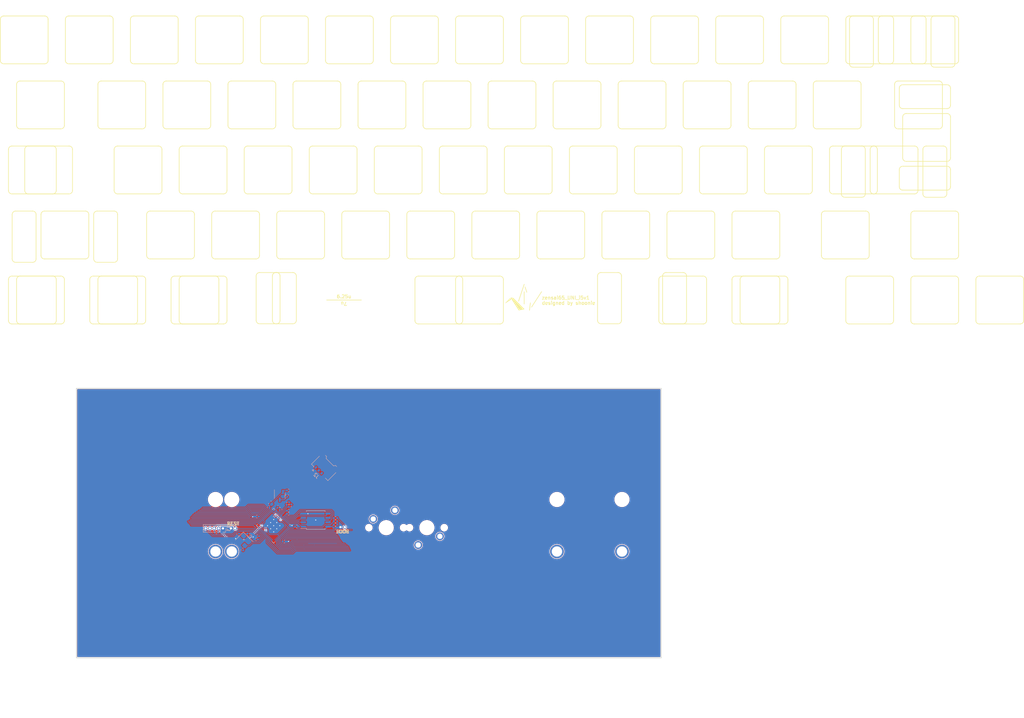
<source format=kicad_pcb>
(kicad_pcb (version 20221018) (generator pcbnew)
  (title_block (title "zensai65_UNI_i5") (rev "v1") (company "shoonie"))
  (layers (0 "F.Cu" signal) (31 "B.Cu" signal) (34 "B.Paste" user) (35 "F.Paste" user) (36 "B.SilkS" user "B.Silkscreen") (37 "F.SilkS" user "F.Silkscreen") (38 "B.Mask" user) (39 "F.Mask" user) (44 "Edge.Cuts" user))
  (net 0 "")
  (net 1 "GND")
  (net 2 "+5V")
  (net 3 "+3V3")
  (net 4 "+1V1")
  (net 5 "XIN")
  (net 6 "Net-(C11-Pad2)")
  (net 7 "D+")
  (net 8 "D-")
  (net 9 "SWCLK")
  (net 10 "SWD")
  (net 11 "RESET")
  (net 12 "XOUT")
  (net 13 "Net-(R7-Pad1)")
  (net 14 "QSPI_SS")
  (net 15 "Net-(R8-Pad2)")
  (net 16 "unconnected-(U1-GPIO26_ADC0-Pad38)")
  (net 17 "unconnected-(U1-GPIO27_ADC1-Pad39)")
  (net 18 "unconnected-(U1-GPIO28_ADC2-Pad40)")
  (net 19 "unconnected-(U1-GPIO29_ADC3-Pad41)")
  (net 20 "QSPI_SD3")
  (net 21 "QSPI_SCLK")
  (net 22 "QSPI_SD0")
  (net 23 "QSPI_SD2")
  (net 24 "QSPI_SD1")
  (net 25 "Net-(U1-USB_DP)")
  (net 26 "Net-(U1-USB_DM)")
  (net 27 "unconnected-(U1-GPIO25-Pad37)")
  (net 28 "unconnected-(U1-GPIO24-Pad36)")
  (net 29 "unconnected-(U1-GPIO3-Pad5)")
  (net 30 "unconnected-(U1-GPIO2-Pad4)")
  (net 31 "unconnected-(U1-GPIO1-Pad3)")
  (net 32 "unconnected-(U1-GPIO0-Pad2)")
  (net 33 "unconnected-(U1-GPIO4-Pad6)")
  (net 34 "unconnected-(U1-GPIO5-Pad7)")
  (net 35 "unconnected-(U1-GPIO6-Pad8)")
  (net 36 "unconnected-(U1-GPIO7-Pad9)")
  (net 37 "unconnected-(U1-GPIO8-Pad11)")
  (net 38 "unconnected-(U1-GPIO9-Pad12)")
  (net 39 "unconnected-(U1-GPIO10-Pad13)")
  (net 40 "unconnected-(U1-GPIO11-Pad14)")
  (net 41 "unconnected-(U1-GPIO12-Pad15)")
  (net 42 "unconnected-(U1-GPIO13-Pad16)")
  (net 43 "unconnected-(U1-GPIO14-Pad17)")
  (net 44 "unconnected-(U1-GPIO15-Pad18)")
  (net 45 "unconnected-(U1-GPIO16-Pad27)")
  (net 46 "unconnected-(U1-GPIO17-Pad28)")
  (net 47 "unconnected-(U1-GPIO18-Pad29)")
  (net 48 "unconnected-(U1-GPIO19-Pad30)")
  (net 49 "unconnected-(U1-GPIO20-Pad31)")
  (net 50 "unconnected-(U1-GPIO21-Pad32)")
  (net 51 "unconnected-(U1-GPIO22-Pad34)")
  (net 52 "unconnected-(U1-GPIO23-Pad35)")
  (footprint "PCM_marbastlib-mx:SW_MX_1u" (layer "F.Cu") (at 127.47625 152.4 180)
    (fp_text reference "SW69" hide)
    (fp_text value "MX_SW_solder" hide)
  )
  (footprint "PCM_marbastlib-mx:SW_MX_1u" (layer "F.Cu") (at 115.57 152.4)
    (fp_text reference "SW68" hide)
    (fp_text value "MX_SW_solder" hide)
  )
  (footprint "shoonies_parts:info" (layer "F.Cu") (at 161.0614 85.8266)
    (fp_text reference "REF**" hide)
    (fp_text value "info")
  )
  (footprint "shoonies_parts:bottom_row_guide" (layer "F.Cu") (at 103.2002 85.725)
    (fp_text reference "REF**" hide)
    (fp_text value "bottom_row_guide")
  )
  (footprint "PCM_marbastlib-mx:STAB_MX_P_7u" (layer "F.Cu") (at 127.47625 152.4 180)
    (fp_text reference "S69" hide)
    (fp_text value "MX_stab")
  )
  (footprint "PCM_marbastlib-mx:STAB_MX_P_6.25u" (layer "F.Cu") (at 115.57 152.4 180)
    (fp_text reference "S68" hide)
    (fp_text value "MX_stab")
  )
  (footprint "Resistor_SMD:R_0402_1005Metric" (layer "B.Cu") (at 100.711 149.5806 180)
    (fp_text reference "R7" hide)
    (fp_text value "1k")
  )
  (footprint "Capacitor_SMD:C_0402_1005Metric" (layer "B.Cu") (at 84.074 146.177 45)
    (fp_text reference "C7" hide)
    (fp_text value "100n")
  )
  (footprint "Resistor_SMD:R_0402_1005Metric" (layer "B.Cu") (at 75.2856 154.5082 -45)
    (fp_text reference "R6" hide)
    (fp_text value "1k")
  )
  (footprint "Capacitor_SMD:C_0402_1005Metric" (layer "B.Cu") (at 72.0852 154.5082 45)
    (fp_text reference "C11" hide)
    (fp_text value "22p")
  )
  (footprint "Connector_PinHeader_1.27mm:PinHeader_1x05_P1.27mm_Vertical" (layer "B.Cu") (at 67.7418 152.6032 90)
    (fp_text reference "J3")
    (fp_text value "Conn_01x05")
  )
  (footprint "Package_SO:SOIC-8_5.23x5.23mm_P1.27mm" (layer "B.Cu") (at 94.9198 150.1648)
    (fp_text reference "U4" hide)
    (fp_text value "W25Q128JVS")
  )
  (footprint "Capacitor_SMD:C_0402_1005Metric" (layer "B.Cu") (at 77.4446 155.829 180)
    (fp_text reference "C14" hide)
    (fp_text value "100n")
  )
  (footprint "Capacitor_SMD:C_0402_1005Metric" (layer "B.Cu") (at 89.3572 152.0444)
    (fp_text reference "C15" hide)
    (fp_text value "100n")
  )
  (footprint "Capacitor_SMD:C_0402_1005Metric" (layer "B.Cu") (at 77.6732 149.1488 180)
    (fp_text reference "C9" hide)
    (fp_text value "100n")
  )
  (footprint "Capacitor_SMD:C_0603_1608Metric" (layer "B.Cu") (at 81.4832 144.9832 135)
    (fp_text reference "C3" hide)
    (fp_text value "10u")
  )
  (footprint "Package_DFN_QFN:QFN-56-1EP_7x7mm_P0.4mm_EP3.2x3.2mm" (layer "B.Cu") (at 82.6008 151.8158 135)
    (fp_text reference "U1" hide)
    (fp_text value "RP2040")
  )
  (footprint "Connector_Molex:Molex_Pico-EZmate_78171-0004_1x04-1MP_P1.20mm_Vertical" (layer "B.Cu") (at 97.548561 134.724111 -45)
    (fp_text reference "J2")
    (fp_text value "Conn_01x04")
  )
  (footprint "Connector_PinHeader_1.27mm:PinHeader_1x02_P1.27mm_Vertical" (layer "B.Cu") (at 70.0636 152.6032 -90)
    (fp_text reference "SW76" hide)
    (fp_text value "SW_RESET")
  )
  (footprint "Capacitor_SMD:C_0402_1005Metric" (layer "B.Cu") (at 86.995 148.336)
    (fp_text reference "C5" hide)
    (fp_text value "100n")
  )
  (footprint "Connector_PinHeader_1.27mm:PinHeader_1x02_P1.27mm_Vertical" (layer "B.Cu") (at 102.1588 152.2476 -90)
    (fp_text reference "SW77" hide)
    (fp_text value "SW_BOOTSEL")
  )
  (footprint "Resistor_SMD:R_0402_1005Metric" (layer "B.Cu") (at 65.8368 153.8224)
    (fp_text reference "R3" hide)
    (fp_text value "5.1k")
  )
  (footprint "Capacitor_SMD:C_0402_1005Metric" (layer "B.Cu") (at 86.5632 142.8496 90)
    (fp_text reference "C1" hide)
    (fp_text value "1u")
  )
  (footprint "Capacitor_SMD:C_0402_1005Metric" (layer "B.Cu") (at 73.3298 158.6992 -45)
    (fp_text reference "C10" hide)
    (fp_text value "22p")
  )
  (footprint "Resistor_SMD:R_0402_1005Metric" (layer "B.Cu") (at 87.431824 145.968776 -135)
    (fp_text reference "R4" hide)
    (fp_text value "27")
  )
  (footprint "Resistor_SMD:R_0402_1005Metric" (layer "B.Cu") (at 100.711 150.5458)
    (fp_text reference "R8" hide)
    (fp_text value "5.1k")
  )
  (footprint "Resistor_SMD:R_0402_1005Metric" (layer "B.Cu") (at 86.746024 145.282976 -135)
    (fp_text reference "R5" hide)
    (fp_text value "27")
  )
  (footprint "Capacitor_SMD:C_0402_1005Metric" (layer "B.Cu") (at 85.725 156.4894)
    (fp_text reference "C16" hide)
    (fp_text value "100n")
  )
  (footprint "Capacitor_SMD:C_0402_1005Metric" (layer "B.Cu") (at 77.8256 154.8892 180)
    (fp_text reference "C13" hide)
    (fp_text value "100n")
  )
  (footprint "Package_TO_SOT_SMD:SOT-23-3" (layer "B.Cu") (at 84.3788 143.0782 -90)
    (fp_text reference "U2" hide)
    (fp_text value "XC6206PxxxMR")
  )
  (footprint "Capacitor_SMD:C_0402_1005Metric" (layer "B.Cu") (at 86.995 147.4216)
    (fp_text reference "C8" hide)
    (fp_text value "100n")
  )
  (footprint "Capacitor_SMD:C_0402_1005Metric" (layer "B.Cu") (at 86.995 141.478)
    (fp_text reference "C2" hide)
    (fp_text value "1u")
  )
  (footprint "Crystal:Crystal_SMD_3225-4Pin_3.2x2.5mm" (layer "B.Cu") (at 73.9648 156.2608 -45)
    (fp_text reference "Y1" hide)
    (fp_text value "Crystal_GND24")
  )
  (footprint "Resistor_SMD:R_0402_1005Metric" (layer "B.Cu") (at 100.711 151.511 180)
    (fp_text reference "R9" hide)
    (fp_text value "5.1k")
  )
  (footprint "Capacitor_SMD:C_0402_1005Metric" (layer "B.Cu") (at 84.7344 146.8374 45)
    (fp_text reference "C4" hide)
    (fp_text value "1u")
  )
  (footprint "Capacitor_SMD:C_0402_1005Metric" (layer "B.Cu") (at 81.026 146.2278 135)
    (fp_text reference "C6" hide)
    (fp_text value "1u")
  )
  (footprint "Capacitor_SMD:C_0402_1005Metric" (layer "B.Cu") (at 100.6856 152.4508)
    (fp_text reference "C12" hide)
    (fp_text value "1u")
  )
  (gr_line (start 13.00365 73.6694) (end 13.00365 60.6694) (stroke (width 0.2)) (layer "F.SilkS"))
  (gr_arc (start 146.4104 35.5694) (mid 145.703293 35.276507) (end 145.4104 34.5694) (stroke (width 0.2)) (layer "F.SilkS"))
  (gr_line (start 7.2979 22.5694) (end 7.2979 34.5694) (stroke (width 0.2)) (layer "F.SilkS"))
  (gr_line (start 149.8854 15.5194) (end 149.8854 3.5194) (stroke (width 0.2)) (layer "F.SilkS"))
  (gr_line (start 183.5104 22.5694) (end 183.5104 34.5694) (stroke (width 0.2)) (layer "F.SilkS"))
  (gr_line (start 272.7104 2.5194) (end 260.7104 2.5194) (stroke (width 0.2)) (layer "F.SilkS"))
  (gr_line (start 97.4979 72.6694) (end 97.4979 60.6694) (stroke (width 0.2)) (layer "F.SilkS"))
  (gr_line (start 6.00365 60.6694) (end 6.00365 73.6694) (stroke (width 0.2)) (layer "F.SilkS"))
  (gr_line (start 264.1854 91.7194) (end 264.1854 79.7194) (stroke (width 0.2)) (layer "F.SilkS"))
  (gr_line (start 183.475 77.6732) (end 178.475 77.6732) (stroke (width 0.2)) (layer "F.SilkS"))
  (gr_arc (start 202.5604 22.5694) (mid 202.853293 21.862293) (end 203.5604 21.5694) (stroke (width 0.2)) (layer "F.SilkS"))
  (gr_line (start 60.6854 16.5194) (end 72.6854 16.5194) (stroke (width 0.2)) (layer "F.SilkS"))
  (gr_line (start 232.22915 78.7194) (end 220.22915 78.7194) (stroke (width 0.2)) (layer "F.SilkS"))
  (gr_arc (start 120.3104 21.5694) (mid 121.017507 21.862293) (end 121.3104 22.5694) (stroke (width 0.2)) (layer "F.SilkS"))
  (gr_arc (start 103.5479 73.6694) (mid 102.840793 73.376507) (end 102.5479 72.6694) (stroke (width 0.2)) (layer "F.SilkS"))
  (gr_line (start 148.8854 78.7194) (end 136.8854 78.7194) (stroke (width 0.2)) (layer "F.SilkS"))
  (gr_line (start 44.1104 21.5694) (end 32.1104 21.5694) (stroke (width 0.2)) (layer "F.SilkS"))
  (gr_arc (start 98.7854 16.5194) (mid 98.078293 16.226507) (end 97.7854 15.5194) (stroke (width 0.2)) (layer "F.SilkS"))
  (gr_line (start 126.0729 53.6194) (end 126.0729 41.6194) (stroke (width 0.2)) (layer "F.SilkS"))
  (gr_line (start 28.44165 72.6694) (end 28.44165 60.6694) (stroke (width 0.2)) (layer "F.SilkS"))
  (gr_line (start 169.2229 41.6194) (end 169.2229 53.6194) (stroke (width 0.2)) (layer "F.SilkS"))
  (gr_arc (start 165.4604 35.5694) (mid 164.753293 35.276507) (end 164.4604 34.5694) (stroke (width 0.2)) (layer "F.SilkS"))
  (gr_arc (start 18.91665 91.7194) (mid 18.623754 92.426489) (end 17.91665 92.7194) (stroke (width 0.2)) (layer "F.SilkS"))
  (gr_arc (start 215.5604 21.5694) (mid 216.267507 21.862293) (end 216.5604 22.5694) (stroke (width 0.2)) (layer "F.SilkS"))
  (gr_arc (start 48.8729 40.6194) (mid 49.580007 40.912293) (end 49.8729 41.6194) (stroke (width 0.2)) (layer "F.SilkS"))
  (gr_arc (start 108.3104 35.5694) (mid 107.603293 35.276507) (end 107.3104 34.5694) (stroke (width 0.2)) (layer "F.SilkS"))
  (gr_line (start 230.8479 91.7194) (end 230.8479 79.7194) (stroke (width 0.2)) (layer "F.SilkS"))
  (gr_arc (start 32.1104 92.7194) (mid 31.403293 92.426507) (end 31.1104 91.7194) (stroke (width 0.2)) (layer "F.SilkS"))
  (gr_line (start 281.1484 2.5194) (end 276.1484 2.5194) (stroke (width 0.2)) (layer "F.SilkS"))
  (gr_line (start 240.3729 53.6194) (end 240.3729 41.6194) (stroke (width 0.2)) (layer "F.SilkS"))
  (gr_arc (start 265.4729 35.5694) (mid 264.765793 35.276507) (end 264.4729 34.5694) (stroke (width 0.2)) (layer "F.SilkS"))
  (gr_arc (start 45.3979 60.6694) (mid 45.690793 59.962293) (end 46.3979 59.6694) (stroke (width 0.2)) (layer "F.SilkS"))
  (gr_arc (start 232.22915 78.7194) (mid 232.936289 79.012276) (end 233.22915 79.7194) (stroke (width 0.2)) (layer "F.SilkS"))
  (gr_line (start 5.91665 92.7194) (end 17.91665 92.7194) (stroke (width 0.2)) (layer "F.SilkS"))
  (gr_arc (start 20.2979 21.5694) (mid 21.005007 21.862293) (end 21.2979 22.5694) (stroke (width 0.2)) (layer "F.SilkS"))
  (gr_arc (start 277.4729 21.5694) (mid 278.180007 21.862293) (end 278.4729 22.5694) (stroke (width 0.2)) (layer "F.SilkS"))
  (gr_arc (start 77.4479 59.6694) (mid 78.155007 59.962293) (end 78.4479 60.6694) (stroke (width 0.2)) (layer "F.SilkS"))
  (gr_line (start 7.2979 79.7194) (end 7.2979 91.7194) (stroke (width 0.2)) (layer "F.SilkS"))
  (gr_line (start 264.1854 15.5194) (end 264.1854 3.5194) (stroke (width 0.2)) (layer "F.SilkS"))
  (gr_arc (start 101.2604 21.5694) (mid 101.967507 21.862293) (end 102.2604 22.5694) (stroke (width 0.2)) (layer "F.SilkS"))
  (gr_line (start 22.67915 40.6194) (end 10.67915 40.6194) (stroke (width 0.2)) (layer "F.SilkS"))
  (gr_line (start 107.3104 22.5694) (end 107.3104 34.5694) (stroke (width 0.2)) (layer "F.SilkS"))
  (gr_arc (start 82.2104 21.5694) (mid 82.917507 21.862293) (end 83.2104 22.5694) (stroke (width 0.2)) (layer "F.SilkS"))
  (gr_arc (start 170.2229 54.6194) (mid 169.515793 54.326507) (end 169.2229 53.6194) (stroke (width 0.2)) (layer "F.SilkS"))
  (gr_line (start 78.7354 3.5194) (end 78.7354 15.5194) (stroke (width 0.2)) (layer "F.SilkS"))
  (gr_arc (start 266.85415 32.0944) (mid 267.147046 31.387311) (end 267.85415 31.0944) (stroke (width 0.2)) (layer "F.SilkS"))
  (gr_arc (start 209.41665 91.7194) (mid 209.123754 92.426489) (end 208.41665 92.7194) (stroke (width 0.2)) (layer "F.SilkS"))
  (gr_arc (start 40.6354 3.5194) (mid 40.928293 2.812293) (end 41.6354 2.5194) (stroke (width 0.2)) (layer "F.SilkS"))
  (gr_arc (start 216.8479 79.7194) (mid 217.140793 79.012293) (end 217.8479 78.7194) (stroke (width 0.2)) (layer "F.SilkS"))
  (gr_line (start 244.04165 73.6694) (end 256.04165 73.6694) (stroke (width 0.2)) (layer "F.SilkS"))
  (gr_line (start 155.9354 16.5194) (end 167.9354 16.5194) (stroke (width 0.2)) (layer "F.SilkS"))
  (gr_arc (start 140.3604 34.5694) (mid 140.067507 35.276507) (end 139.3604 35.5694) (stroke (width 0.2)) (layer "F.SilkS"))
  (gr_line (start 258.2724 16.5194) (end 258.2724 3.5194) (stroke (width 0.2)) (layer "F.SilkS"))
  (gr_line (start 246.4229 54.6194) (end 258.4229 54.6194) (stroke (width 0.2)) (layer "F.SilkS"))
  (gr_line (start 121.5979 60.6694) (end 121.5979 72.6694) (stroke (width 0.2)) (layer "F.SilkS"))
  (gr_arc (start 270.2354 92.7194) (mid 269.528293 92.426507) (end 269.2354 91.7194) (stroke (width 0.2)) (layer "F.SilkS"))
  (gr_line (start 216.8479 60.6694) (end 216.8479 72.6694) (stroke (width 0.2)) (layer "F.SilkS"))
  (gr_arc (start 4.91665 79.7194) (mid 5.209543 79.012293) (end 5.91665 78.7194) (stroke (width 0.2)) (layer "F.SilkS"))
  (gr_line (start 45.1104 91.7194) (end 45.1104 79.7194) (stroke (width 0.2)) (layer "F.SilkS"))
  (gr_line (start 186.9854 2.5194) (end 174.9854 2.5194) (stroke (width 0.2)) (layer "F.SilkS"))
  (gr_arc (start 158.4104 21.5694) (mid 159.117507 21.862293) (end 159.4104 22.5694) (stroke (width 0.2)) (layer "F.SilkS"))
  (gr_arc (start 235.6104 34.5694) (mid 235.317507 35.276507) (end 234.6104 35.5694) (stroke (width 0.2)) (layer "F.SilkS"))
  (gr_arc (start 273.76715 55.6194) (mid 273.060011 55.326524) (end 272.76715 54.6194) (stroke (width 0.2)) (layer "F.SilkS"))
  (gr_line (start 136.8854 92.7194) (end 148.8854 92.7194) (stroke (width 0.2)) (layer "F.SilkS"))
  (gr_line (start 101.2604 21.5694) (end 89.2604 21.5694) (stroke (width 0.2)) (layer "F.SilkS"))
  (gr_line (start 17.91665 40.6194) (end 5.91665 40.6194) (stroke (width 0.2)) (layer "F.SilkS"))
  (gr_arc (start 7.2979 79.7194) (mid 7.590793 79.012293) (end 8.2979 78.7194) (stroke (width 0.2)) (layer "F.SilkS"))
  (gr_line (start 212.0854 3.5194) (end 212.0854 15.5194) (stroke (width 0.2)) (layer "F.SilkS"))
  (gr_arc (start 31.1104 79.7194) (mid 31.403293 79.012293) (end 32.1104 78.7194) (stroke (width 0.2)) (layer "F.SilkS"))
  (gr_line (start 255.89115 54.6194) (end 255.89115 41.6194) (stroke (width 0.2)) (layer "F.SilkS"))
  (gr_arc (start 234.6104 21.5694) (mid 235.317507 21.862293) (end 235.6104 22.5694) (stroke (width 0.2)) (layer "F.SilkS"))
  (gr_arc (start 241.6604 35.5694) (mid 240.953293 35.276507) (end 240.6604 34.5694) (stroke (width 0.2)) (layer "F.SilkS"))
  (gr_line (start 265.85415 47.5324) (end 265.85415 52.5324) (stroke (width 0.2)) (layer "F.SilkS"))
  (gr_line (start 266.85415 29.6564) (end 279.85415 29.6564) (stroke (width 0.2)) (layer "F.SilkS"))
  (gr_arc (start 154.6479 72.6694) (mid 154.355007 73.376507) (end 153.6479 73.6694) (stroke (width 0.2)) (layer "F.SilkS"))
  (gr_arc (start 270.32915 40.6194) (mid 271.036289 40.912276) (end 271.32915 41.6194) (stroke (width 0.2)) (layer "F.SilkS"))
  (gr_line (start 83.4979 60.6694) (end 83.4979 72.6694) (stroke (width 0.2)) (layer "F.SilkS"))
  (gr_arc (start 135.5979 72.6694) (mid 135.305007 73.376507) (end 134.5979 73.6694) (stroke (width 0.2)) (layer "F.SilkS"))
  (gr_line (start 221.3229 53.6194) (end 221.3229 41.6194) (stroke (width 0.2)) (layer "F.SilkS"))
  (gr_line (start 173.6979 72.6694) (end 173.6979 60.6694) (stroke (width 0.2)) (layer "F.SilkS"))
  (gr_line (start 179.7479 73.6694) (end 191.7479 73.6694) (stroke (width 0.2)) (layer "F.SilkS"))
  (gr_arc (start 84.4979 73.6694) (mid 83.790793 73.376507) (end 83.4979 72.6694) (stroke (width 0.2)) (layer "F.SilkS"))
  (gr_line (start 78.475 92.6732) (end 83.475 92.6732) (stroke (width 0.2)) (layer "F.SilkS"))
  (gr_arc (start 21.5854 3.5194) (mid 21.878293 2.812293) (end 22.5854 2.5194) (stroke (width 0.2)) (layer "F.SilkS"))
  (gr_arc (start 12.00365 59.6694) (mid 12.710757 59.962293) (end 13.00365 60.6694) (stroke (width 0.2)) (layer "F.SilkS"))
  (gr_arc (start 44.1104 21.5694) (mid 44.817507 21.862293) (end 45.1104 22.5694) (stroke (width 0.2)) (layer "F.SilkS"))
  (gr_line (start 271.32915 53.6194) (end 271.32915 41.6194) (stroke (width 0.2)) (layer "F.SilkS"))
  (gr_arc (start 270.2354 16.5194) (mid 269.528293 16.226507) (end 269.2354 15.5194) (stroke (width 0.2)) (layer "F.SilkS"))
  (gr_arc (start 116.5479 72.6694) (mid 116.255007 73.376507) (end 115.5479 73.6694) (stroke (width 0.2)) (layer "F.SilkS"))
  (gr_arc (start 217.8479 92.7194) (mid 217.140793 92.426507) (end 216.8479 91.7194) (stroke (width 0.2)) (layer "F.SilkS"))
  (gr_arc (start 5.91665 92.7194) (mid 5.209543 92.426507) (end 4.91665 91.7194) (stroke (width 0.2)) (layer "F.SilkS"))
  (gr_arc (start 89.23125 91.6732) (mid 88.938357 92.380307) (end 88.23125 92.6732) (stroke (width 0.2)) (layer "F.SilkS"))
  (gr_line (start 67.9229 40.6194) (end 55.9229 40.6194) (stroke (width 0.2)) (layer "F.SilkS"))
  (gr_line (start 154.6479 72.6694) (end 154.6479 60.6694) (stroke (width 0.2)) (layer "F.SilkS"))
  (gr_line (start 41.6354 16.5194) (end 53.6354 16.5194) (stroke (width 0.2)) (layer "F.SilkS"))
  (gr_line (start 174.9854 16.5194) (end 186.9854 16.5194) (stroke (width 0.2)) (layer "F.SilkS"))
  (gr_arc (start 54.9229 79.7194) (mid 55.215793 79.012293) (end 55.9229 78.7194) (stroke (width 0.2)) (layer "F.SilkS"))
  (gr_arc (start 272.76715 41.6194) (mid 273.060046 40.912311) (end 273.76715 40.6194) (stroke (width 0.2)) (layer "F.SilkS"))
  (gr_line (start 87.9729 53.6194) (end 87.9729 41.6194) (stroke (width 0.2)) (layer "F.SilkS"))
  (gr_arc (start 97.7854 3.5194) (mid 98.078293 2.812293) (end 98.7854 2.5194) (stroke (width 0.2)) (layer "F.SilkS"))
  (gr_arc (start 148.8854 78.7194) (mid 149.592507 79.012293) (end 149.8854 79.7194) (stroke (width 0.2)) (layer "F.SilkS"))
  (gr_arc (start 168.9354 15.5194) (mid 168.642507 16.226507) (end 167.9354 16.5194) (stroke (width 0.2)) (layer "F.SilkS"))
  (gr_arc (start 159.4104 34.5694) (mid 159.117507 35.276507) (end 158.4104 35.5694) (stroke (width 0.2)) (layer "F.SilkS"))
  (gr_line (start 178.4604 34.5694) (end 178.4604 22.5694) (stroke (width 0.2)) (layer "F.SilkS"))
  (gr_line (start 220.3229 40.6194) (end 208.3229 40.6194) (stroke (width 0.2)) (layer "F.SilkS"))
  (gr_arc (start 177.475 78.6732) (mid 177.767896 77.966111) (end 178.475 77.6732) (stroke (width 0.2)) (layer "F.SilkS"))
  (gr_line (start 164.1729 53.6194) (end 164.1729 41.6194) (stroke (width 0.2)) (layer "F.SilkS"))
  (gr_line (start 258.4229 40.6194) (end 246.4229 40.6194) (stroke (width 0.2)) (layer "F.SilkS"))
  (gr_arc (start 145.4104 22.5694) (mid 145.703293 21.862293) (end 146.4104 21.5694) (stroke (width 0.2)) (layer "F.SilkS"))
  (gr_arc (start 276.1484 17.5194) (mid 275.441293 17.226507) (end 275.1484 16.5194) (stroke (width 0.2)) (layer "F.SilkS"))
  (gr_arc (start 7.2979 22.5694) (mid 7.590793 21.862293) (end 8.2979 21.5694) (stroke (width 0.2)) (layer "F.SilkS"))
  (gr_arc (start 266.85415 29.6564) (mid 266.147011 29.363524) (end 265.85415 28.6564) (stroke (width 0.2)) (layer "F.SilkS"))
  (gr_arc (start 207.3229 41.6194) (mid 207.615793 40.912293) (end 208.3229 40.6194) (stroke (width 0.2)) (layer "F.SilkS"))
  (gr_line (start 23.67915 53.6194) (end 23.67915 41.6194) (stroke (width 0.2)) (layer "F.SilkS"))
  (gr_arc (start 259.7104 3.5194) (mid 260.003293 2.812293) (end 260.7104 2.5194) (stroke (width 0.2)) (layer "F.SilkS"))
  (gr_line (start 28.72915 79.7194) (end 28.72915 91.7194) (stroke (width 0.2)) (layer "F.SilkS"))
  (gr_line (start 54.6354 15.5194) (end 54.6354 3.5194) (stroke (width 0.2)) (layer "F.SilkS"))
  (gr_line (start 50.1604 22.5694) (end 50.1604 34.5694) (stroke (width 0.2)) (layer "F.SilkS"))
  (gr_line (start 188.2729 41.6194) (end 188.2729 53.6194) (stroke (width 0.2)) (layer "F.SilkS"))
  (gr_arc (start 148.8854 2.5194) (mid 149.592507 2.812293) (end 149.8854 3.5194) (stroke (width 0.2)) (layer "F.SilkS"))
  (gr_line (start 126.3604 22.5694) (end 126.3604 34.5694) (stroke (width 0.2)) (layer "F.SilkS"))
  (gr_line (start 12.00365 59.6694) (end 7.00365 59.6694) (stroke (width 0.2)) (layer "F.SilkS"))
  (gr_line (start 115.5479 59.6694) (end 103.5479 59.6694) (stroke (width 0.2)) (layer "F.SilkS"))
  (gr_arc (start 17.91665 40.6194) (mid 18.623789 40.912276) (end 18.91665 41.6194) (stroke (width 0.2)) (layer "F.SilkS"))
  (gr_arc (start 65.4479 73.6694) (mid 64.740793 73.376507) (end 64.4479 72.6694) (stroke (width 0.2)) (layer "F.SilkS"))
  (gr_line (start 88.23125 77.6732) (end 83.23125 77.6732) (stroke (width 0.2)) (layer "F.SilkS"))
  (gr_arc (start 44.1104 78.7194) (mid 44.817507 79.012293) (end 45.1104 79.7194) (stroke (width 0.2)) (layer "F.SilkS"))
  (gr_arc (start 216.8479 60.6694) (mid 217.140793 59.962293) (end 217.8479 59.6694) (stroke (width 0.2)) (layer "F.SilkS"))
  (gr_line (start 178.7479 60.6694) (end 178.7479 72.6694) (stroke (width 0.2)) (layer "F.SilkS"))
  (gr_arc (start 64.4479 60.6694) (mid 64.740793 59.962293) (end 65.4479 59.6694) (stroke (width 0.2)) (layer "F.SilkS"))
  (gr_arc (start 70.2104 35.5694) (mid 69.503293 35.276507) (end 69.2104 34.5694) (stroke (width 0.2)) (layer "F.SilkS"))
  (gr_line (start 31.1104 79.7194) (end 31.1104 91.7194) (stroke (width 0.2)) (layer "F.SilkS"))
  (gr_line (start 129.8354 2.5194) (end 117.8354 2.5194) (stroke (width 0.2)) (layer "F.SilkS"))
  (gr_arc (start 197.7979 60.6694) (mid 198.090793 59.962293) (end 198.7979 59.6694) (stroke (width 0.2)) (layer "F.SilkS"))
  (gr_arc (start 5.91665 54.6194) (mid 5.209543 54.326507) (end 4.91665 53.6194) (stroke (width 0.2)) (layer "F.SilkS"))
  (gr_line (start 82.2104 21.5694) (end 70.2104 21.5694) (stroke (width 0.2)) (layer "F.SilkS"))
  (gr_arc (start 202.53125 77.6732) (mid 203.238357 77.966093) (end 203.53125 78.6732) (stroke (width 0.2)) (layer "F.SilkS"))
  (gr_line (start 132.1229 54.6194) (end 144.1229 54.6194) (stroke (width 0.2)) (layer "F.SilkS"))
  (gr_arc (start 188.2729 41.6194) (mid 188.565793 40.912293) (end 189.2729 40.6194) (stroke (width 0.2)) (layer "F.SilkS"))
  (gr_line (start 283.2354 72.6694) (end 283.2354 60.6694) (stroke (width 0.2)) (layer "F.SilkS"))
  (gr_arc (start 178.7479 60.6694) (mid 179.040793 59.962293) (end 179.7479 59.6694) (stroke (width 0.2)) (layer "F.SilkS"))
  (gr_line (start 221.6104 22.5694) (end 221.6104 34.5694) (stroke (width 0.2)) (layer "F.SilkS"))
  (gr_line (start 145.4104 22.5694) (end 145.4104 34.5694) (stroke (width 0.2)) (layer "F.SilkS"))
  (gr_arc (start 269.2354 79.7194) (mid 269.528293 79.012293) (end 270.2354 78.7194) (stroke (width 0.2)) (layer "F.SilkS"))
  (gr_line (start 302.2854 91.7194) (end 302.2854 79.7194) (stroke (width 0.2)) (layer "F.SilkS"))
  (gr_arc (start 68.9229 91.7194) (mid 68.630007 92.426507) (end 67.9229 92.7194) (stroke (width 0.2)) (layer "F.SilkS"))
  (gr_line (start 91.7354 2.5194) (end 79.7354 2.5194) (stroke (width 0.2)) (layer "F.SilkS"))
  (gr_arc (start 10.67915 54.6194) (mid 9.972043 54.326507) (end 9.67915 53.6194) (stroke (width 0.2)) (layer "F.SilkS"))
  (gr_arc (start 87.9729 53.6194) (mid 87.680007 54.326507) (end 86.9729 54.6194) (stroke (width 0.2)) (layer "F.SilkS"))
  (gr_line (start 153.6479 59.6694) (end 141.6479 59.6694) (stroke (width 0.2)) (layer "F.SilkS"))
  (gr_arc (start 283.2354 91.7194) (mid 282.942507 92.426507) (end 282.2354 92.7194) (stroke (width 0.2)) (layer "F.SilkS"))
  (gr_arc (start 83.2104 34.5694) (mid 82.917507 35.276507) (end 82.2104 35.5694) (stroke (width 0.2)) (layer "F.SilkS"))
  (gr_arc (start 153.6479 59.6694) (mid 154.355007 59.962293) (end 154.6479 60.6694) (stroke (width 0.2)) (layer "F.SilkS"))
  (gr_line (start 54.9229 79.7194) (end 54.9229 91.7194) (stroke (width 0.2)) (layer "F.SilkS"))
  (gr_line (start 245.1354 15.5194) (end 245.1354 3.5194) (stroke (width 0.2)) (layer "F.SilkS"))
  (gr_line (start 269.2354 60.6694) (end 269.2354 72.6694) (stroke (width 0.2)) (layer "F.SilkS"))
  (gr_line (start 146.4104 35.5694) (end 158.4104 35.5694) (stroke (width 0.2)) (layer "F.SilkS"))
  (gr_line (start 195.41665 79.7194) (end 195.41665 91.7194) (stroke (width 0.2)) (layer "F.SilkS"))
  (gr_line (start 253.6604 21.5694) (end 241.6604 21.5694) (stroke (width 0.2)) (layer "F.SilkS"))
  (gr_line (start 140.6479 60.6694) (end 140.6479 72.6694) (stroke (width 0.2)) (layer "F.SilkS"))
  (gr_line (start 31.1104 22.5694) (end 31.1104 34.5694) (stroke (width 0.2)) (layer "F.SilkS"))
  (gr_arc (start 7.00365 74.6694) (mid 6.296543 74.376507) (end 6.00365 73.6694) (stroke (width 0.2)) (layer "F.SilkS"))
  (gr_arc (start 279.85415 46.5324) (mid 280.561289 46.825276) (end 280.85415 47.5324) (stroke (width 0.2)) (layer "F.SilkS"))
  (gr_line (start 277.4729 21.5694) (end 265.4729 21.5694) (stroke (width 0.2)) (layer "F.SilkS"))
  (gr_line (start 111.7854 15.5194) (end 111.7854 3.5194) (stroke (width 0.2)) (layer "F.SilkS"))
  (gr_arc (start 256.04165 59.6694) (mid 256.748789 59.962276) (end 257.04165 60.6694) (stroke (width 0.2)) (layer "F.SilkS"))
  (gr_arc (start 281.1484 2.5194) (mid 281.855507 2.812293) (end 282.1484 3.5194) (stroke (width 0.2)) (layer "F.SilkS"))
  (gr_line (start 259.4229 53.6194) (end 259.4229 41.6194) (stroke (width 0.2)) (layer "F.SilkS"))
  (gr_arc (start 8.2979 92.7194) (mid 7.590793 92.426507) (end 7.2979 91.7194) (stroke (width 0.2)) (layer "F.SilkS"))
  (gr_arc (start 244.04165 73.6694) (mid 243.334511 73.376524) (end 243.04165 72.6694) (stroke (width 0.2)) (layer "F.SilkS"))
  (gr_line (start 35.8729 41.6194) (end 35.8729 53.6194) (stroke (width 0.2)) (layer "F.SilkS"))
  (gr_line (start 194.0354 16.5194) (end 206.0354 16.5194) (stroke (width 0.2)) (layer "F.SilkS"))
  (gr_line (start 20.2979 78.7194) (end 8.2979 78.7194) (stroke (width 0.2)) (layer "F.SilkS"))
  (gr_arc (start 169.2229 41.6194) (mid 169.515793 40.912293) (end 170.2229 40.6194) (stroke (width 0.2)) (layer "F.SilkS"))
  (gr_line (start 84.4979 73.6694) (end 96.4979 73.6694) (stroke (width 0.2)) (layer "F.SilkS"))
  (gr_line (start 65.54165 78.7194) (end 53.54165 78.7194) (stroke (width 0.2)) (layer "F.SilkS"))
  (gr_arc (start 112.0729 41.6194) (mid 112.365793 40.912293) (end 113.0729 40.6194) (stroke (width 0.2)) (layer "F.SilkS"))
  (gr_arc (start 64.1604 34.5694) (mid 63.867507 35.276507) (end 63.1604 35.5694) (stroke (width 0.2)) (layer "F.SilkS"))
  (gr_line (start 279.85415 22.6564) (end 266.85415 22.6564) (stroke (width 0.2)) (layer "F.SilkS"))
  (gr_line (start 127.3604 35.5694) (end 139.3604 35.5694) (stroke (width 0.2)) (layer "F.SilkS"))
  (gr_arc (start 263.1854 78.7194) (mid 263.892507 79.012293) (end 264.1854 79.7194) (stroke (width 0.2)) (layer "F.SilkS"))
  (gr_arc (start 23.67915 53.6194) (mid 23.386254 54.326489) (end 22.67915 54.6194) (stroke (width 0.2)) (layer "F.SilkS"))
  (gr_line (start 229.8479 59.6694) (end 217.8479 59.6694) (stroke (width 0.2)) (layer "F.SilkS"))
  (gr_line (start 134.5979 59.6694) (end 122.5979 59.6694) (stroke (width 0.2)) (layer "F.SilkS"))
  (gr_line (start 98.7854 16.5194) (end 110.7854 16.5194) (stroke (width 0.2)) (layer "F.SilkS"))
  (gr_arc (start 89.2604 35.5694) (mid 88.553293 35.276507) (end 88.2604 34.5694) (stroke (width 0.2)) (layer "F.SilkS"))
  (gr_arc (start 106.0229 40.6194) (mid 106.730007 40.912293) (end 107.0229 41.6194) (stroke (width 0.2)) (layer "F.SilkS"))
  (gr_arc (start 183.475 77.6732) (mid 184.182139 77.966076) (end 184.475 78.6732) (stroke (width 0.2)) (layer "F.SilkS"))
  (gr_arc (start 275.1484 3.5194) (mid 275.441293 2.812293) (end 276.1484 2.5194) (stroke (width 0.2)) (layer "F.SilkS"))
  (gr_line (start 158.4104 21.5694) (end 146.4104 21.5694) (stroke (width 0.2)) (layer "F.SilkS"))
  (gr_arc (start 137.97915 91.7194) (mid 137.686254 92.426489) (end 136.97915 92.7194) (stroke (width 0.2)) (layer "F.SilkS"))
  (gr_line (start 208.3229 54.6194) (end 220.3229 54.6194) (stroke (width 0.2)) (layer "F.SilkS"))
  (gr_arc (start 208.3229 54.6194) (mid 207.615793 54.326507) (end 207.3229 53.6194) (stroke (width 0.2)) (layer "F.SilkS"))
  (gr_arc (start 125.0729 40.6194) (mid 125.780007 40.912293) (end 126.0729 41.6194) (stroke (width 0.2)) (layer "F.SilkS"))
  (gr_arc (start 155.9354 16.5194) (mid 155.228293 16.226507) (end 154.9354 15.5194) (stroke (width 0.2)) (layer "F.SilkS"))
  (gr_arc (start 178.4604 34.5694) (mid 178.167507 35.276507) (end 177.4604 35.5694) (stroke (width 0.2)) (layer "F.SilkS"))
  (gr_arc (start 254.6604 34.5694) (mid 254.367507 35.276507) (end 253.6604 35.5694) (stroke (width 0.2)) (layer "F.SilkS"))
  (gr_line (start 113.0729 54.6194) (end 125.0729 54.6194) (stroke (width 0.2)) (layer "F.SilkS"))
  (gr_arc (start 246.4229 54.6194) (mid 245.715793 54.326507) (end 245.4229 53.6194) (stroke (width 0.2)) (layer "F.SilkS"))
  (gr_line (start 159.4104 34.5694) (end 159.4104 22.5694) (stroke (width 0.2)) (layer "F.SilkS"))
  (gr_arc (start 63.1604 21.5694) (mid 63.867507 21.862293) (end 64.1604 22.5694) (stroke (width 0.2)) (layer "F.SilkS"))
  (gr_line (start 51.1604 35.5694) (end 63.1604 35.5694) (stroke (width 0.2)) (layer "F.SilkS"))
  (gr_line (start 148.8854 2.5194) (end 136.8854 2.5194) (stroke (width 0.2)) (layer "F.SilkS"))
  (gr_arc (start 121.3104 34.5694) (mid 121.017507 35.276507) (end 120.3104 35.5694) (stroke (width 0.2)) (layer "F.SilkS"))
  (gr_line (start 282.1484 16.5194) (end 282.1484 3.5194) (stroke (width 0.2)) (layer "F.SilkS"))
  (gr_line (start 140.3604 34.5694) (end 140.3604 22.5694) (stroke (width 0.2)) (layer "F.SilkS"))
  (gr_arc (start 282.2354 78.7194) (mid 282.942507 79.012293) (end 283.2354 79.7194) (stroke (width 0.2)) (layer "F.SilkS"))
  (gr_arc (start 83.4979 60.6694) (mid 83.790793 59.962293) (end 84.4979 59.6694) (stroke (width 0.2)) (layer "F.SilkS"))
  (gr_line (start 288.2854 79.7194) (end 288.2854 91.7194) (stroke (width 0.2)) (layer "F.SilkS"))
  (gr_arc (start 230.8479 72.6694) (mid 230.555007 73.376507) (end 229.8479 73.6694) (stroke (width 0.2)) (layer "F.SilkS"))
  (gr_arc (start 182.2229 40.6194) (mid 182.930007 40.912293) (end 183.2229 41.6194) (stroke (width 0.2)) (layer "F.SilkS"))
  (gr_line (start 183.2229 53.6194) (end 183.2229 41.6194) (stroke (width 0.2)) (layer "F.SilkS"))
  (gr_line (start 36.87965 73.6694) (end 36.87965 60.6694) (stroke (width 0.2)) (layer "F.SilkS"))
  (gr_line (start 217.8479 92.7194) (end 229.8479 92.7194) (stroke (width 0.2)) (layer "F.SilkS"))
  (gr_line (start 154.9354 3.5194) (end 154.9354 15.5194) (stroke (width 0.2)) (layer "F.SilkS"))
  (gr_line (start 149.8854 91.7194) (end 149.8854 79.7194) (stroke (width 0.2)) (layer "F.SilkS"))
  (gr_line (start 216.8479 79.7194) (end 216.8479 91.7194) (stroke (width 0.2)) (layer "F.SilkS"))
  (gr_arc (start 253.6604 21.5694) (mid 254.367507 21.862293) (end 254.6604 22.5694) (stroke (width 0.2)) (layer "F.SilkS"))
  (gr_line (start 135.8854 79.7194) (end 135.8854 91.7194) (stroke (width 0.2)) (layer "F.SilkS"))
  (gr_line (start 270.2354 73.6694) (end 282.2354 73.6694) (stroke (width 0.2)) (layer "F.SilkS"))
  (gr_arc (start 221.6104 22.5694) (mid 221.903293 21.862293) (end 222.6104 21.5694) (stroke (width 0.2)) (layer "F.SilkS"))
  (gr_arc (start 278.76715 40.6194) (mid 279.474289 40.912276) (end 279.76715 41.6194) (stroke (width 0.2)) (layer "F.SilkS"))
  (gr_arc (start 27.44165 59.6694) (mid 28.148789 59.962276) (end 28.44165 60.6694) (stroke (width 0.2)) (layer "F.SilkS"))
  (gr_line (start 273.7104 15.5194) (end 273.7104 3.5194) (stroke (width 0.2)) (layer "F.SilkS"))
  (gr_arc (start 212.0854 3.5194) (mid 212.378293 2.812293) (end 213.0854 2.5194) (stroke (width 0.2)) (layer "F.SilkS"))
  (gr_line (start 168.9354 15.5194) (end 168.9354 3.5194) (stroke (width 0.2)) (layer "F.SilkS"))
  (gr_line (start 184.5104 35.5694) (end 196.5104 35.5694) (stroke (width 0.2)) (layer "F.SilkS"))
  (gr_arc (start 245.1354 15.5194) (mid 244.842507 16.226507) (end 244.1354 16.5194) (stroke (width 0.2)) (layer "F.SilkS"))
  (gr_line (start 206.0354 2.5194) (end 194.0354 2.5194) (stroke (width 0.2)) (layer "F.SilkS"))
  (gr_arc (start 30.87965 74.6694) (mid 30.172511 74.376524) (end 29.87965 73.6694) (stroke (width 0.2)) (layer "F.SilkS"))
  (gr_arc (start 280.85415 44.0944) (mid 280.561254 44.801489) (end 279.85415 45.0944) (stroke (width 0.2)) (layer "F.SilkS"))
  (gr_line (start 15.5354 2.5194) (end 3.5354 2.5194) (stroke (width 0.2)) (layer "F.SilkS"))
  (gr_line (start 116.5479 72.6694) (end 116.5479 60.6694) (stroke (width 0.2)) (layer "F.SilkS"))
  (gr_arc (start 17.91665 78.7194) (mid 18.623789 79.012276) (end 18.91665 79.7194) (stroke (width 0.2)) (layer "F.SilkS"))
  (gr_line (start 21.2979 34.5694) (end 21.2979 22.5694) (stroke (width 0.2)) (layer "F.SilkS"))
  (gr_line (start 177.475 78.6732) (end 177.475 91.6732) (stroke (width 0.2)) (layer "F.SilkS"))
  (gr_arc (start 78.7354 3.5194) (mid 79.028293 2.812293) (end 79.7354 2.5194) (stroke (width 0.2)) (layer "F.SilkS"))
  (gr_arc (start 73.9729 41.6194) (mid 74.265793 40.912293) (end 74.9729 40.6194) (stroke (width 0.2)) (layer "F.SilkS"))
  (gr_arc (start 4.91665 41.6194) (mid 5.209543 40.912293) (end 5.91665 40.6194) (stroke (width 0.2)) (layer "F.SilkS"))
  (gr_line (start 141.6479 73.6694) (end 153.6479 73.6694) (stroke (width 0.2)) (layer "F.SilkS"))
  (gr_line (start 201.2729 40.6194) (end 189.2729 40.6194) (stroke (width 0.2)) (layer "F.SilkS"))
  (gr_line (start 30.87965 74.6694) (end 35.87965 74.6694) (stroke (width 0.2)) (layer "F.SilkS"))
  (gr_arc (start 196.41665 92.7194) (mid 195.709511 92.426524) (end 195.41665 91.7194) (stroke (width 0.2)) (layer "F.SilkS"))
  (gr_arc (start 263.1854 2.5194) (mid 263.892507 2.812293) (end 264.1854 3.5194) (stroke (width 0.2)) (layer "F.SilkS"))
  (gr_arc (start 194.0354 16.5194) (mid 193.328293 16.226507) (end 193.0354 15.5194) (stroke (width 0.2)) (layer "F.SilkS"))
  (gr_arc (start 257.04165 72.6694) (mid 256.748754 73.376489) (end 256.04165 73.6694) (stroke (width 0.2)) (layer "F.SilkS"))
  (gr_arc (start 269.2354 3.5194) (mid 269.528293 2.812293) (end 270.2354 2.5194) (stroke (width 0.2)) (layer "F.SilkS"))
  (gr_arc (start 72.6854 2.5194) (mid 73.392507 2.812293) (end 73.6854 3.5194) (stroke (width 0.2)) (layer "F.SilkS"))
  (gr_line (start 59.3979 72.6694) (end 59.3979 60.6694) (stroke (width 0.2)) (layer "F.SilkS"))
  (gr_line (start 231.1354 3.5194) (end 231.1354 15.5194) (stroke (width 0.2)) (layer "F.SilkS"))
  (gr_arc (start 136.97915 78.7194) (mid 137.686289 79.012276) (end 137.97915 79.7194) (stroke (width 0.2)) (layer "F.SilkS"))
  (gr_arc (start 226.3729 41.6194) (mid 226.665793 40.912293) (end 227.3729 40.6194) (stroke (width 0.2)) (layer "F.SilkS"))
  (gr_arc (start 231.1354 3.5194) (mid 231.428293 2.812293) (end 232.1354 2.5194) (stroke (width 0.2)) (layer "F.SilkS"))
  (gr_arc (start 22.5854 16.5194) (mid 21.878293 16.226507) (end 21.5854 15.5194) (stroke (width 0.2)) (layer "F.SilkS"))
  (gr_arc (start 193.0354 3.5194) (mid 193.328293 2.812293) (end 194.0354 2.5194) (stroke (width 0.2)) (layer "F.SilkS"))
  (gr_arc (start 229.8479 59.6694) (mid 230.555007 59.962293) (end 230.8479 60.6694) (stroke (width 0.2)) (layer "F.SilkS"))
  (gr_arc (start 78.475 92.6732) (mid 77.767861 92.380324) (end 77.475 91.6732) (stroke (width 0.2)) (layer "F.SilkS"))
  (gr_line (start 210.7979 59.6694) (end 198.7979 59.6694) (stroke (width 0.2)) (layer "F.SilkS"))
  (gr_line (start 250.1854 79.7194) (end 250.1854 91.7194) (stroke (width 0.2)) (layer "F.SilkS"))
  (gr_arc (start 227.3729 54.6194) (mid 226.665793 54.326507) (end 226.3729 53.6194) (stroke (width 0.2)) (layer "F.SilkS"))
  (gr_arc (start 123.97915 79.7194) (mid 124.272046 79.012311) (end 124.97915 78.7194) (stroke (width 0.2)) (layer "F.SilkS"))
  (gr_arc (start 250.1854 3.5194) (mid 250.478293 2.812293) (end 251.1854 2.5194) (stroke (width 0.2)) (layer "F.SilkS"))
  (gr_arc (start 217.8479 73.6694) (mid 217.140793 73.376507) (end 216.8479 72.6694) (stroke (width 0.2)) (layer "F.SilkS"))
  (gr_arc (start 269.2354 60.6694) (mid 269.528293 59.962293) (end 270.2354 59.6694) (stroke (width 0.2)) (layer "F.SilkS"))
  (gr_arc (start 14.44165 60.6694) (mid 14.734543 59.962293) (end 15.44165 59.6694) (stroke (width 0.2)) (layer "F.SilkS"))
  (gr_arc (start 77.475 78.6732) (mid 77.767896 77.966111) (end 78.475 77.6732) (stroke (width 0.2)) (layer "F.SilkS"))
  (gr_line (start 18.91665 53.6194) (end 18.91665 41.6194) (stroke (width 0.2)) (layer "F.SilkS"))
  (gr_arc (start 36.87965 73.6694) (mid 36.586754 74.376489) (end 35.87965 74.6694) (stroke (width 0.2)) (layer "F.SilkS"))
  (gr_arc (start 208.41665 78.7194) (mid 209.123789 79.012276) (end 209.41665 79.7194) (stroke (width 0.2)) (layer "F.SilkS"))
  (gr_line (start 45.1104 34.5694) (end 45.1104 22.5694) (stroke (width 0.2)) (layer "F.SilkS"))
  (gr_line (start 74.9729 54.6194) (end 86.9729 54.6194) (stroke (width 0.2)) (layer "F.SilkS"))
  (gr_arc (start 36.8729 54.6194) (mid 36.165793 54.326507) (end 35.8729 53.6194) (stroke (width 0.2)) (layer "F.SilkS"))
  (gr_arc (start 130.8354 15.5194) (mid 130.542507 16.226507) (end 129.8354 16.5194) (stroke (width 0.2)) (layer "F.SilkS"))
  (gr_arc (start 159.6979 60.6694) (mid 159.990793 59.962293) (end 160.6979 59.6694) (stroke (width 0.2)) (layer "F.SilkS"))
  (gr_line (start 184.475 91.6732) (end 184.475 78.6732) (stroke (width 0.2)) (layer "F.SilkS"))
  (gr_arc (start 145.1229 53.6194) (mid 144.830007 54.326507) (end 144.1229 54.6194) (stroke (width 0.2)) (layer "F.SilkS"))
  (gr_arc (start 21.2979 91.7194) (mid 21.005007 92.426507) (end 20.2979 92.7194) (stroke (width 0.2)) (layer "F.SilkS"))
  (gr_line (start 279.85415 31.0944) (end 267.85415 31.0944) (stroke (width 0.2)) (layer "F.SilkS"))
  (gr_line (start 257.2724 2.5194) (end 252.2724 2.5194) (stroke (width 0.2)) (layer "F.SilkS"))
  (gr_line (start 64.4479 60.6694) (end 64.4479 72.6694) (stroke (width 0.2)) (layer "F.SilkS"))
  (gr_line (start 29.87965 60.6694) (end 29.87965 73.6694) (stroke (width 0.2)) (layer "F.SilkS"))
  (gr_line (start 266.85415 53.5324) (end 279.85415 53.5324) (stroke (width 0.2)) (layer "F.SilkS"))
  (gr_line (start 36.8729 54.6194) (end 48.8729 54.6194) (stroke (width 0.2)) (layer "F.SilkS"))
  (gr_line (start 135.5979 72.6694) (end 135.5979 60.6694) (stroke (width 0.2)) (layer "F.SilkS"))
  (gr_arc (start 83.23125 92.6732) (mid 82.524143 92.380307) (end 82.23125 91.6732) (stroke (width 0.2)) (layer "F.SilkS"))
  (gr_line (start 58.3979 59.6694) (end 46.3979 59.6694) (stroke (width 0.2)) (layer "F.SilkS"))
  (gr_line (start 196.5104 21.5694) (end 184.5104 21.5694) (stroke (width 0.2)) (layer "F.SilkS"))
  (gr_line (start 192.7479 72.6694) (end 192.7479 60.6694) (stroke (width 0.2)) (layer "F.SilkS"))
  (gr_arc (start 197.5104 34.5694) (mid 197.217507 35.276507) (end 196.5104 35.5694) (stroke (width 0.2)) (layer "F.SilkS"))
  (gr_arc (start 117.8354 16.5194) (mid 117.128293 16.226507) (end 116.8354 15.5194) (stroke (width 0.2)) (layer "F.SilkS"))
  (gr_arc (start 179.7479 73.6694) (mid 179.040793 73.376507) (end 178.7479 72.6694) (stroke (width 0.2)) (layer "F.SilkS"))
  (gr_line (start 145.1229 53.6194) (end 145.1229 41.6194) (stroke (width 0.2)) (layer "F.SilkS"))
  (gr_arc (start 94.0229 54.6194) (mid 93.315793 54.326507) (end 93.0229 53.6194) (stroke (width 0.2)) (layer "F.SilkS"))
  (gr_arc (start 258.32915 54.6194) (mid 257.622011 54.326524) (end 257.32915 53.6194) (stroke (width 0.2)) (layer "F.SilkS"))
  (gr_line (start 235.6104 34.5694) (end 235.6104 22.5694) (stroke (width 0.2)) (layer "F.SilkS"))
  (gr_line (start 167.9354 2.5194) (end 155.9354 2.5194) (stroke (width 0.2)) (layer "F.SilkS"))
  (gr_line (start 86.9729 40.6194) (end 74.9729 40.6194) (stroke (width 0.2)) (layer "F.SilkS"))
  (gr_arc (start 65.54165 78.7194) (mid 66.248789 79.012276) (end 66.54165 79.7194) (stroke (width 0.2)) (layer "F.SilkS"))
  (gr_arc (start 31.1104 22.5694) (mid 31.403293 21.862293) (end 32.1104 21.5694) (stroke (width 0.2)) (layer "F.SilkS"))
  (gr_line (start 9.67915 41.6194) (end 9.67915 53.6194) (stroke (width 0.2)) (layer "F.SilkS"))
  (gr_line (start 211.7979 72.6694) (end 211.7979 60.6694) (stroke (width 0.2)) (layer "F.SilkS"))
  (gr_line (start 21.5854 3.5194) (end 21.5854 15.5194) (stroke (width 0.2)) (layer "F.SilkS"))
  (gr_arc (start 282.2354 2.5194) (mid 282.942507 2.812293) (end 283.2354 3.5194) (stroke (width 0.2)) (layer "F.SilkS"))
  (gr_arc (start 73.6854 15.5194) (mid 73.392507 16.226507) (end 72.6854 16.5194) (stroke (width 0.2)) (layer "F.SilkS"))
  (gr_arc (start 213.0854 16.5194) (mid 212.378293 16.226507) (end 212.0854 15.5194) (stroke (width 0.2)) (layer "F.SilkS"))
  (gr_arc (start 59.3979 72.6694) (mid 59.105007 73.376507) (end 58.3979 73.6694) (stroke (width 0.2)) (layer "F.SilkS"))
  (gr_arc (start 257.2724 2.5194) (mid 257.979507 2.812293) (end 258.2724 3.5194) (stroke (width 0.2)) (layer "F.SilkS"))
  (gr_line (start 244.1354 2.5194) (end 232.1354 2.5194) (stroke (width 0.2)) (layer "F.SilkS"))
  (gr_arc (start 127.3604 35.5694) (mid 126.653293 35.276507) (end 126.3604 34.5694) (stroke (width 0.2)) (layer "F.SilkS"))
  (gr_line (start 270.2354 92.7194) (end 282.2354 92.7194) (stroke (width 0.2)) (layer "F.SilkS"))
  (gr_arc (start 251.2724 3.5194) (mid 251.565293 2.812293) (end 252.2724 2.5194) (stroke (width 0.2)) (layer "F.SilkS"))
  (gr_arc (start 83.475 77.6732) (mid 84.182139 77.966076) (end 84.475 78.6732) (stroke (width 0.2)) (layer "F.SilkS"))
  (gr_line (start 103.5479 73.6694) (end 115.5479 73.6694) (stroke (width 0.2)) (layer "F.SilkS"))
  (gr_arc (start 221.3229 53.6194) (mid 221.030007 54.326507) (end 220.3229 54.6194) (stroke (width 0.2)) (layer "F.SilkS"))
  (gr_arc (start 107.0229 53.6194) (mid 106.730007 54.326507) (end 106.0229 54.6194) (stroke (width 0.2)) (layer "F.SilkS"))
  (gr_line (start 280.85415 28.6564) (end 280.85415 23.6564) (stroke (width 0.2)) (layer "F.SilkS"))
  (gr_arc (start 42.72915 91.7194) (mid 42.436254 92.426489) (end 41.72915 92.7194) (stroke (width 0.2)) (layer "F.SilkS"))
  (gr_arc (start 160.6979 73.6694) (mid 159.990793 73.376507) (end 159.6979 72.6694) (stroke (width 0.2)) (layer "F.SilkS"))
  (gr_line (start 182.2229 40.6194) (end 170.2229 40.6194) (stroke (width 0.2)) (layer "F.SilkS"))
  (gr_arc (start 267.85415 45.0944) (mid 267.147011 44.801524) (end 266.85415 44.0944) (stroke (width 0.2)) (layer "F.SilkS"))
  (gr_line (start 20.2979 21.5694) (end 8.2979 21.5694) (stroke (width 0.2)) (layer "F.SilkS"))
  (gr_arc (start 140.6479 60.6694) (mid 140.940793 59.962293) (end 141.6479 59.6694) (stroke (width 0.2)) (layer "F.SilkS"))
  (gr_line (start 266.85415 32.0944) (end 266.85415 44.0944) (stroke (width 0.2)) (layer "F.SilkS"))
  (gr_line (start 29.72915 92.7194) (end 41.72915 92.7194) (stroke (width 0.2)) (layer "F.SilkS"))
  (gr_line (start 8.2979 35.5694) (end 20.2979 35.5694) (stroke (width 0.2)) (layer "F.SilkS"))
  (gr_arc (start 2.5354 3.5194) (mid 2.828293 2.812293) (end 3.5354 2.5194) (stroke (width 0.2)) (layer "F.SilkS"))
  (gr_arc (start 226.0854 15.5194) (mid 225.792507 16.226507) (end 225.0854 16.5194) (stroke (width 0.2)) (layer "F.SilkS"))
  (gr_line (start 170.2229 54.6194) (end 182.2229 54.6194) (stroke (width 0.2)) (layer "F.SilkS"))
  (gr_arc (start 110.7854 2.5194) (mid 111.492507 2.812293) (end 111.7854 3.5194) (stroke (width 0.2)) (layer "F.SilkS"))
  (gr_line (start 276.1484 17.5194) (end 281.1484 17.5194) (stroke (width 0.2)) (layer "F.SilkS"))
  (gr_line (start 92.7354 15.5194) (end 92.7354 3.5194) (stroke (width 0.2)) (layer "F.SilkS"))
  (gr_line (start 289.2854 92.7194) (end 301.2854 92.7194) (stroke (width 0.2)) (layer "F.SilkS"))
  (gr_arc (start 59.6854 3.5194) (mid 59.978293 2.812293) (end 60.6854 2.5194) (stroke (width 0.2)) (layer "F.SilkS"))
  (gr_line (start 137.97915 91.7194) (end 137.97915 79.7194) (stroke (width 0.2)) (layer "F.SilkS"))
  (gr_arc (start 51.1604 35.5694) (mid 50.453293 35.276507) (end 50.1604 34.5694) (stroke (width 0.2)) (layer "F.SilkS"))
  (gr_line (start 259.7104 3.5194) (end 259.7104 15.5194) (stroke (width 0.2)) (layer "F.SilkS"))
  (gr_line (start 89.2604 35.5694) (end 101.2604 35.5694) (stroke (width 0.2)) (layer "F.SilkS"))
  (gr_arc (start 150.1729 41.6194) (mid 150.465793 40.912293) (end 151.1729 40.6194) (stroke (width 0.2)) (layer "F.SilkS"))
  (gr_line (start 120.3104 21.5694) (end 108.3104 21.5694) (stroke (width 0.2)) (layer "F.SilkS"))
  (gr_arc (start 248.89115 41.6194) (mid 249.184046 40.912311) (end 249.89115 40.6194) (stroke (width 0.2)) (layer "F.SilkS"))
  (gr_line (start 196.41665 92.7194) (end 208.41665 92.7194) (stroke (width 0.2)) (layer "F.SilkS"))
  (gr_arc (start 282.2354 59.6694) (mid 282.942507 59.962293) (end 283.2354 60.6694) (stroke (width 0.2)) (layer "F.SilkS"))
  (gr_line (start 273.76715 55.6194) (end 278.76715 55.6194) (stroke (width 0.2)) (layer "F.SilkS"))
  (gr_arc (start 289.2854 92.7194) (mid 288.578293 92.426507) (end 288.2854 91.7194) (stroke (width 0.2)) (layer "F.SilkS"))
  (gr_line (start 130.8354 15.5194) (end 130.8354 3.5194) (stroke (width 0.2)) (layer "F.SilkS"))
  (gr_arc (start 149.8854 15.5194) (mid 149.592507 16.226507) (end 148.8854 16.5194) (stroke (width 0.2)) (layer "F.SilkS"))
  (gr_line (start 160.6979 73.6694) (end 172.6979 73.6694) (stroke (width 0.2)) (layer "F.SilkS"))
  (gr_arc (start 163.1729 40.6194) (mid 163.880007 40.912293) (end 164.1729 41.6194) (stroke (width 0.2)) (layer "F.SilkS"))
  (gr_arc (start 265.85415 23.6564) (mid 266.147046 22.949311) (end 266.85415 22.6564) (stroke (width 0.2)) (layer "F.SilkS"))
  (gr_line (start 263.1854 78.7194) (end 251.1854 78.7194) (stroke (width 0.2)) (layer "F.SilkS"))
  (gr_line (start 191.7479 59.6694) (end 179.7479 59.6694) (stroke (width 0.2)) (layer "F.SilkS"))
  (gr_line (start 135.8854 3.5194) (end 135.8854 15.5194) (stroke (width 0.2)) (layer "F.SilkS"))
  (gr_arc (start 264.1854 15.5194) (mid 263.892507 16.226507) (end 263.1854 16.5194) (stroke (width 0.2)) (layer "F.SilkS"))
  (gr_line (start 35.5854 15.5194) (end 35.5854 3.5194) (stroke (width 0.2)) (layer "F.SilkS"))
  (gr_line (start 151.1729 54.6194) (end 163.1729 54.6194) (stroke (width 0.2)) (layer "F.SilkS"))
  (gr_line (start 258.32915 54.6194) (end 270.32915 54.6194) (stroke (width 0.2)) (layer "F.SilkS"))
  (gr_arc (start 172.6979 59.6694) (mid 173.405007 59.962293) (end 173.6979 60.6694) (stroke (width 0.2)) (layer "F.SilkS"))
  (gr_line (start 41.72915 78.7194) (end 29.72915 78.7194) (stroke (width 0.2)) (layer "F.SilkS"))
  (gr_arc (start 35.8729 41.6194) (mid 36.165793 40.912293) (end 36.8729 40.6194) (stroke (width 0.2)) (layer "F.SilkS"))
  (gr_line (start 229.8479 78.7194) (end 217.8479 78.7194) (stroke (width 0.2)) (layer "F.SilkS"))
  (gr_line (start 116.8354 3.5194) (end 116.8354 15.5194) (stroke (width 0.2)) (layer "F.SilkS"))
  (gr_line (start 136.97915 78.7194) (end 124.97915 78.7194) (stroke (width 0.2)) (layer "F.SilkS"))
  (gr_line (start 269.2354 3.5194) (end 269.2354 15.5194) (stroke (width 0.2)) (layer "F.SilkS"))
  (gr_arc (start 201.2729 40.6194) (mid 201.980007 40.912293) (end 202.2729 41.6194) (stroke (width 0.2)) (layer "F.SilkS"))
  (gr_line (start 251.1854 92.7194) (end 263.1854 92.7194) (stroke (width 0.2)) (layer "F.SilkS"))
  (gr_arc (start 164.4604 22.5694) (mid 164.753293 21.862293) (end 165.4604 21.5694) (stroke (width 0.2)) (layer "F.SilkS"))
  (gr_arc (start 22.67915 40.6194) (mid 23.386289 40.912276) (end 23.67915 41.6194) (stroke (width 0.2)) (layer "F.SilkS"))
  (gr_line (start 225.0854 2.5194) (end 213.0854 2.5194) (stroke (width 0.2)) (layer "F.SilkS"))
  (gr_line (start 8.2979 92.7194) (end 20.2979 92.7194) (stroke (width 0.2)) (layer "F.SilkS"))
  (gr_arc (start 279.85415 31.0944) (mid 280.561289 31.387276) (end 280.85415 32.0944) (stroke (width 0.2)) (layer "F.SilkS"))
  (gr_arc (start 88.23125 77.6732) (mid 88.938357 77.966093) (end 89.23125 78.6732) (stroke (width 0.2)) (layer "F.SilkS"))
  (gr_line (start 73.6854 15.5194) (end 73.6854 3.5194) (stroke (width 0.2)) (layer "F.SilkS"))
  (gr_line (start 63.1604 21.5694) (end 51.1604 21.5694) (stroke (width 0.2)) (layer "F.SilkS"))
  (gr_line (start 68.9229 91.7194) (end 68.9229 79.7194) (stroke (width 0.2)) (layer "F.SilkS"))
  (gr_arc (start 244.1354 2.5194) (mid 244.842507 2.812293) (end 245.1354 3.5194) (stroke (width 0.2)) (layer "F.SilkS"))
  (gr_arc (start 91.7354 2.5194) (mid 92.442507 2.812293) (end 92.7354 3.5194) (stroke (width 0.2)) (layer "F.SilkS"))
  (gr_line (start 207.3229 41.6194) (end 207.3229 53.6194) (stroke (width 0.2)) (layer "F.SilkS"))
  (gr_arc (start 250.1854 79.7194) (mid 250.478293 79.012293) (end 251.1854 78.7194) (stroke (width 0.2)) (layer "F.SilkS"))
  (gr_arc (start 216.5604 34.5694) (mid 216.267507 35.276507) (end 215.5604 35.5694) (stroke (width 0.2)) (layer "F.SilkS"))
  (gr_arc (start 8.2979 35.5694) (mid 7.590793 35.276507) (end 7.2979 34.5694) (stroke (width 0.2)) (layer "F.SilkS"))
  (gr_line (start 165.4604 35.5694) (end 177.4604 35.5694) (stroke (width 0.2)) (layer "F.SilkS"))
  (gr_arc (start 183.5104 22.5694) (mid 183.803293 21.862293) (end 184.5104 21.5694) (stroke (width 0.2)) (layer "F.SilkS"))
  (gr_arc (start 273.7104 15.5194) (mid 273.417507 16.226507) (end 272.7104 16.5194) (stroke (width 0.2)) (layer "F.SilkS"))
  (gr_line (start 46.3979 73.6694) (end 58.3979 73.6694) (stroke (width 0.2)) (layer "F.SilkS"))
  (gr_line (start 208.41665 78.7194) (end 196.41665 78.7194) (stroke (width 0.2)) (layer "F.SilkS"))
  (gr_arc (start 69.2104 22.5694) (mid 69.503293 21.862293) (end 70.2104 21.5694) (stroke (width 0.2)) (layer "F.SilkS"))
  (gr_arc (start 203.5604 35.5694) (mid 202.853293 35.276507) (end 202.5604 34.5694) (stroke (width 0.2)) (layer "F.SilkS"))
  (gr_line (start 4.91665 79.7194) (end 4.91665 91.7194) (stroke (width 0.2)) (layer "F.SilkS"))
  (gr_arc (start 283.2354 72.6694) (mid 282.942507 73.376507) (end 282.2354 73.6694) (stroke (width 0.2)) (layer "F.SilkS"))
  (gr_arc (start 102.2604 34.5694) (mid 101.967507 35.276507) (end 101.2604 35.5694) (stroke (width 0.2)) (layer "F.SilkS"))
  (gr_arc (start 233.22915 91.7194) (mid 232.936254 92.426489) (end 232.22915 92.7194) (stroke (width 0.2)) (layer "F.SilkS"))
  (gr_arc (start 93.0229 41.6194) (mid 93.315793 40.912293) (end 94.0229 40.6194) (stroke (width 0.2)) (layer "F.SilkS"))
  (gr_arc (start 115.5479 59.6694) (mid 116.255007 59.962293) (end 116.5479 60.6694) (stroke (width 0.2)) (layer "F.SilkS"))
  (gr_line (start 125.0729 40.6194) (end 113.0729 40.6194) (stroke (width 0.2)) (layer "F.SilkS"))
  (gr_line (start 84.475 91.6732) (end 84.475 78.6732) (stroke (width 0.2)) (layer "F.SilkS"))
  (gr_arc (start 245.4229 41.6194) (mid 245.715793 40.912293) (end 246.4229 40.6194) (stroke (width 0.2)) (layer "F.SilkS"))
  (gr_arc (start 52.54165 79.7194) (mid 52.834546 79.012311) (end 53.54165 78.7194) (stroke (width 0.2)) (layer "F.SilkS"))
  (gr_line (start 53.6354 2.5194) (end 41.6354 2.5194) (stroke (width 0.2)) (layer "F.SilkS"))
  (gr_arc (start 282.1484 16.5194) (mid 281.855507 17.226507) (end 281.1484 17.5194) (stroke (width 0.2)) (layer "F.SilkS"))
  (gr_line (start 245.4229 41.6194) (end 245.4229 53.6194) (stroke (width 0.2)) (layer "F.SilkS"))
  (gr_arc (start 122.5979 73.6694) (mid 121.890793 73.376507) (end 121.5979 72.6694) (stroke (width 0.2)) (layer "F.SilkS"))
  (gr_arc (start 211.7979 72.6694) (mid 211.505007 73.376507) (end 210.7979 73.6694) (stroke (width 0.2)) (layer "F.SilkS"))
  (gr_line (start 102.5479 60.6694) (end 102.5479 72.6694) (stroke (width 0.2)) (layer "F.SilkS"))
  (gr_line (start 202.2729 53.6194) (end 202.2729 41.6194) (stroke (width 0.2)) (layer "F.SilkS"))
  (gr_line (start 243.04165 60.6694) (end 243.04165 72.6694) (stroke (width 0.2)) (layer "F.SilkS"))
  (gr_line (start 144.1229 40.6194) (end 132.1229 40.6194) (stroke (width 0.2)) (layer "F.SilkS"))
  (gr_line (start 32.1104 92.7194) (end 44.1104 92.7194) (stroke (width 0.2)) (layer "F.SilkS"))
  (gr_arc (start 249.89115 55.6194) (mid 249.184011 55.326524) (end 248.89115 54.6194) (stroke (width 0.2)) (layer "F.SilkS"))
  (gr_arc (start 301.2854 78.7194) (mid 301.992507 79.012293) (end 302.2854 79.7194) (stroke (width 0.2)) (layer "F.SilkS"))
  (gr_arc (start 266.85415 53.5324) (mid 266.147011 53.239524) (end 265.85415 52.5324) (stroke (width 0.2)) (layer "F.SilkS"))
  (gr_line (start 172.6979 59.6694) (end 160.6979 59.6694) (stroke (width 0.2)) (layer "F.SilkS"))
  (gr_arc (start 254.89115 40.6194) (mid 255.598289 40.912276) (end 255.89115 41.6194) (stroke (width 0.2)) (layer "F.SilkS"))
  (gr_line (start 83.2104 34.5694) (end 83.2104 22.5694) (stroke (width 0.2)) (layer "F.SilkS"))
  (gr_line (start 227.3729 54.6194) (end 239.3729 54.6194) (stroke (width 0.2)) (layer "F.SilkS"))
  (gr_line (start 96.4979 59.6694) (end 84.4979 59.6694) (stroke (width 0.2)) (layer "F.SilkS"))
  (gr_arc (start 88.2604 22.5694) (mid 88.553293 21.862293) (end 89.2604 21.5694) (stroke (width 0.2)) (layer "F.SilkS"))
  (gr_arc (start 264.1854 91.7194) (mid 263.892507 92.426507) (end 263.1854 92.7194) (stroke (width 0.2)) (layer "F.SilkS"))
  (gr_line (start 241.6604 35.5694) (end 253.6604 35.5694) (stroke (width 0.2)) (layer "F.SilkS"))
  (gr_arc (start 46.3979 73.6694) (mid 45.690793 73.376507) (end 45.3979 72.6694) (stroke (width 0.2)) (layer "F.SilkS"))
  (gr_arc (start 139.3604 21.5694) (mid 140.067507 21.862293) (end 140.3604 22.5694) (stroke (width 0.2)) (layer "F.SilkS"))
  (gr_line (start 112.0729 41.6194) (end 112.0729 53.6194) (stroke (width 0.2)) (layer "F.SilkS"))
  (gr_arc (start 111.7854 15.5194) (mid 111.492507 16.226507) (end 110.7854 16.5194) (stroke (width 0.2)) (layer "F.SilkS"))
  (gr_line (start 22.5854 16.5194) (end 34.5854 16.5194) (stroke (width 0.2)) (layer "F.SilkS"))
  (gr_line (start 64.1604 34.5694) (end 64.1604 22.5694) (stroke (width 0.2)) (layer "F.SilkS"))
  (gr_line (start 203.5604 35.5694) (end 215.5604 35.5694) (stroke (width 0.2)) (layer "F.SilkS"))
  (gr_line (start 240.6604 22.5694) (end 240.6604 34.5694) (stroke (width 0.2)) (layer "F.SilkS"))
  (gr_line (start 197.53125 92.6732) (end 202.53125 92.6732) (stroke (width 0.2)) (layer "F.SilkS"))
  (gr_line (start 15.44165 73.6694) (end 27.44165 73.6694) (stroke (width 0.2)) (layer "F.SilkS"))
  (gr_arc (start 202.2729 53.6194) (mid 201.980007 54.326507) (end 201.2729 54.6194) (stroke (width 0.2)) (layer "F.SilkS"))
  (gr_arc (start 207.0354 15.5194) (mid 206.742507 16.226507) (end 206.0354 16.5194) (stroke (width 0.2)) (layer "F.SilkS"))
  (gr_line (start 122.5979 73.6694) (end 134.5979 73.6694) (stroke (width 0.2)) (layer "F.SilkS"))
  (gr_line (start 263.1854 2.5194) (end 251.1854 2.5194) (stroke (width 0.2)) (layer "F.SilkS"))
  (gr_arc (start 173.6979 72.6694) (mid 173.405007 73.376507) (end 172.6979 73.6694) (stroke (width 0.2)) (layer "F.SilkS"))
  (gr_arc (start 251.1854 92.7194) (mid 250.478293 92.426507) (end 250.1854 91.7194) (stroke (width 0.2)) (layer "F.SilkS"))
  (gr_line (start 279.76715 54.6194) (end 279.76715 41.6194) (stroke (width 0.2)) (layer "F.SilkS"))
  (gr_arc (start 35.87965 59.6694) (mid 36.586789 59.962276) (end 36.87965 60.6694) (stroke (width 0.2)) (layer "F.SilkS"))
  (gr_line (start 260.7104 16.5194) (end 272.7104 16.5194) (stroke (width 0.2)) (layer "F.SilkS"))
  (gr_arc (start 173.9854 3.5194) (mid 174.278293 2.812293) (end 174.9854 2.5194) (stroke (width 0.2)) (layer "F.SilkS"))
  (gr_line (start 121.3104 34.5694) (end 121.3104 22.5694) (stroke (width 0.2)) (layer "F.SilkS"))
  (gr_arc (start 225.0854 2.5194) (mid 225.792507 2.812293) (end 226.0854 3.5194) (stroke (width 0.2)) (layer "F.SilkS"))
  (gr_arc (start 260.7104 16.5194) (mid 260.003293 16.226507) (end 259.7104 15.5194) (stroke (width 0.2)) (layer "F.SilkS"))
  (gr_arc (start 229.8479 78.7194) (mid 230.555007 79.012293) (end 230.8479 79.7194) (stroke (width 0.2)) (layer "F.SilkS"))
  (gr_arc (start 258.4229 40.6194) (mid 259.130007 40.912293) (end 259.4229 41.6194) (stroke (width 0.2)) (layer "F.SilkS"))
  (gr_line (start 222.6104 35.5694) (end 234.6104 35.5694) (stroke (width 0.2)) (layer "F.SilkS"))
  (gr_line (start 131.1229 41.6194) (end 131.1229 53.6194) (stroke (width 0.2)) (layer "F.SilkS"))
  (gr_arc (start 151.1729 54.6194) (mid 150.465793 54.326507) (end 150.1729 53.6194) (stroke (width 0.2)) (layer "F.SilkS"))
  (gr_arc (start 232.1354 16.5194) (mid 231.428293 16.226507) (end 231.1354 15.5194) (stroke (width 0.2)) (layer "F.SilkS"))
  (gr_arc (start 135.8854 79.7194) (mid 136.178293 79.012293) (end 136.8854 78.7194) (stroke (width 0.2)) (layer "F.SilkS"))
  (gr_line (start 202.5604 22.5694) (end 202.5604 34.5694) (stroke (width 0.2)) (layer "F.SilkS"))
  (gr_arc (start 164.1729 53.6194) (mid 163.880007 54.326507) (end 163.1729 54.6194) (stroke (width 0.2)) (layer "F.SilkS"))
  (gr_line (start 254.6604 34.5694) (end 254.6604 22.5694) (stroke (width 0.2)) (layer "F.SilkS"))
  (gr_line (start 82.23125 78.6732) (end 82.23125 91.6732) (stroke (width 0.2)) (layer "F.SilkS"))
  (gr_line (start 73.9729 41.6194) (end 73.9729 53.6194) (stroke (width 0.2)) (layer "F.SilkS"))
  (gr_arc (start 198.7979 73.6694) (mid 198.090793 73.376507) (end 197.7979 72.6694) (stroke (width 0.2)) (layer "F.SilkS"))
  (gr_arc (start 74.9729 54.6194) (mid 74.265793 54.326507) (end 73.9729 53.6194) (stroke (width 0.2)) (layer "F.SilkS"))
  (gr_arc (start 220.22915 92.7194) (mid 219.522011 92.426524) (end 219.22915 91.7194) (stroke (width 0.2)) (layer "F.SilkS"))
  (gr_arc (start 154.9354 3.5194) (mid 155.228293 2.812293) (end 155.9354 2.5194) (stroke (width 0.2)) (layer "F.SilkS"))
  (gr_line (start 217.8479 73.6694) (end 229.8479 73.6694) (stroke (width 0.2)) (layer "F.SilkS"))
  (gr_arc (start 107.3104 22.5694) (mid 107.603293 21.862293) (end 108.3104 21.5694) (stroke (width 0.2)) (layer "F.SilkS"))
  (gr_arc (start 243.04165 60.6694) (mid 243.334546 59.962311) (end 244.04165 59.6694) (stroke (width 0.2)) (layer "F.SilkS"))
  (gr_arc (start 53.54165 92.7194) (mid 52.834511 92.426524) (end 52.54165 91.7194) (stroke (width 0.2)) (layer "F.SilkS"))
  (gr_arc (start 278.4729 34.5694) (mid 278.180007 35.276507) (end 277.4729 35.5694) (stroke (width 0.2)) (layer "F.SilkS"))
  (gr_arc (start 129.8354 2.5194) (mid 130.542507 2.812293) (end 130.8354 3.5194) (stroke (width 0.2)) (layer "F.SilkS"))
  (gr_arc (start 210.7979 59.6694) (mid 211.505007 59.962293) (end 211.7979 60.6694) (stroke (width 0.2)) (layer "F.SilkS"))
  (gr_line (start 67.9229 78.7194) (end 55.9229 78.7194) (stroke (width 0.2)) (layer "F.SilkS"))
  (gr_arc (start 113.0729 54.6194) (mid 112.365793 54.326507) (end 112.0729 53.6194) (stroke (width 0.2)) (layer "F.SilkS"))
  (gr_line (start 40.6354 3.5194) (end 40.6354 15.5194) (stroke (width 0.2)) (layer "F.SilkS"))
  (gr_arc (start 255.89115 54.6194) (mid 255.598254 55.326489) (end 254.89115 55.6194) (stroke (width 0.2)) (layer "F.SilkS"))
  (gr_line (start 251.2724 3.5194) (end 251.2724 16.5194) (stroke (width 0.2)) (layer "F.SilkS"))
  (gr_line (start 177.4604 21.5694) (end 165.4604 21.5694) (stroke (width 0.2)) (layer "F.SilkS"))
  (gr_line (start 2.5354 3.5194) (end 2.5354 15.5194) (stroke (width 0.2)) (layer "F.SilkS"))
  (gr_arc (start 230.8479 91.7194) (mid 230.555007 92.426507) (end 229.8479 92.7194) (stroke (width 0.2)) (layer "F.SilkS"))
  (gr_line (start 278.4729 34.5694) (end 278.4729 22.5694) (stroke (width 0.2)) (layer "F.SilkS"))
  (gr_line (start 239.3729 40.6194) (end 227.3729 40.6194) (stroke (width 0.2)) (layer "F.SilkS"))
  (gr_arc (start 264.4729 22.5694) (mid 264.765793 21.862293) (end 265.4729 21.5694) (stroke (width 0.2)) (layer "F.SilkS"))
  (gr_arc (start 21.2979 34.5694) (mid 21.005007 35.276507) (end 20.2979 35.5694) (stroke (width 0.2)) (layer "F.SilkS"))
  (gr_line (start 209.41665 91.7194) (end 209.41665 79.7194) (stroke (width 0.2)) (layer "F.SilkS"))
  (gr_arc (start 219.22915 79.7194) (mid 219.522046 79.012311) (end 220.22915 78.7194) (stroke (width 0.2)) (layer "F.SilkS"))
  (gr_arc (start 239.3729 40.6194) (mid 240.080007 40.912293) (end 240.3729 41.6194) (stroke (width 0.2)) (layer "F.SilkS"))
  (gr_arc (start 126.3604 22.5694) (mid 126.653293 21.862293) (end 127.3604 21.5694) (stroke (width 0.2)) (layer "F.SilkS"))
  (gr_line (start 97.7854 3.5194) (end 97.7854 15.5194) (stroke (width 0.2)) (layer "F.SilkS"))
  (gr_arc (start 29.87965 60.6694) (mid 30.172546 59.962311) (end 30.87965 59.6694) (stroke (width 0.2)) (layer "F.SilkS"))
  (gr_arc (start 53.6354 2.5194) (mid 54.342507 2.812293) (end 54.6354 3.5194) (stroke (width 0.2)) (layer "F.SilkS"))
  (gr_arc (start 195.41665 79.7194) (mid 195.709546 79.012311) (end 196.41665 78.7194) (stroke (width 0.2)) (layer "F.SilkS"))
  (gr_line (start 280.85415 44.0944) (end 280.85415 32.0944) (stroke (width 0.2)) (layer "F.SilkS"))
  (gr_arc (start 35.5854 15.5194) (mid 35.292507 16.226507) (end 34.5854 16.5194) (stroke (width 0.2)) (layer "F.SilkS"))
  (gr_line (start 89.23125 91.6732) (end 89.23125 78.6732) (stroke (width 0.2)) (layer "F.SilkS"))
  (gr_line (start 270.32915 40.6194) (end 258.32915 40.6194) (stroke (width 0.2)) (layer "F.SilkS"))
  (gr_line (start 77.4479 59.6694) (end 65.4479 59.6694) (stroke (width 0.2)) (layer "F.SilkS"))
  (gr_arc (start 16.5354 15.5194) (mid 16.242507 16.226507) (end 15.5354 16.5194) (stroke (width 0.2)) (layer "F.SilkS"))
  (gr_line (start 226.3729 41.6194) (end 226.3729 53.6194) (stroke (width 0.2)) (layer "F.SilkS"))
  (gr_arc (start 84.475 91.6732) (mid 84.182104 92.380289) (end 83.475 92.6732) (stroke (width 0.2)) (layer "F.SilkS"))
  (gr_arc (start 92.7354 15.5194) (mid 92.442507 16.226507) (end 91.7354 16.5194) (stroke (width 0.2)) (layer "F.SilkS"))
  (gr_arc (start 136.8854 16.5194) (mid 136.178293 16.226507) (end 135.8854 15.5194) (stroke (width 0.2)) (layer "F.SilkS"))
  (gr_line (start 189.2729 54.6194) (end 201.2729 54.6194) (stroke (width 0.2)) (layer "F.SilkS"))
  (gr_line (start 279.85415 46.5324) (end 266.85415 46.5324) (stroke (width 0.2)) (layer "F.SilkS"))
  (gr_line (start 187.9854 15.5194) (end 187.9854 3.5194) (stroke (width 0.2)) (layer "F.SilkS"))
  (gr_arc (start 96.4979 59.6694) (mid 97.205007 59.962293) (end 97.4979 60.6694) (stroke (width 0.2)) (layer "F.SilkS"))
  (gr_line (start 256.04165 59.6694) (end 244.04165 59.6694) (stroke (width 0.2)) (layer "F.SilkS"))
  (gr_arc (start 184.5104 35.5694) (mid 183.803293 35.276507) (end 183.5104 34.5694) (stroke (width 0.2)) (layer "F.SilkS"))
  (gr_arc (start 167.9354 2.5194) (mid 168.642507 2.812293) (end 168.9354 3.5194) (stroke (width 0.2)) (layer "F.SilkS"))
  (gr_arc (start 15.44165 73.6694) (mid 14.734543 73.376507) (end 14.44165 72.6694) (stroke (width 0.2)) (layer "F.SilkS"))
  (gr_arc (start 66.54165 91.7194) (mid 66.248754 92.426489) (end 65.54165 92.7194) (stroke (width 0.2)) (layer "F.SilkS"))
  (gr_line (start 4.91665 41.6194) (end 4.91665 53.6194) (stroke (width 0.2)) (layer "F.SilkS"))
  (gr_arc (start 55.9229 54.6194) (mid 55.215793 54.326507) (end 54.9229 53.6194) (stroke (width 0.2)) (layer "F.SilkS"))
  (gr_arc (start 116.8354 3.5194) (mid 117.128293 2.812293) (end 117.8354 2.5194) (stroke (width 0.2)) (layer "F.SilkS"))
  (gr_arc (start 9.67915 41.6194) (mid 9.972043 40.912293) (end 10.67915 40.6194) (stroke (width 0.2)) (layer "F.SilkS"))
  (gr_arc (start 60.6854 16.5194) (mid 59.978293 16.226507) (end 59.6854 15.5194) (stroke (width 0.2)) (layer "F.SilkS"))
  (gr_line (start 21.2979 91.7194) (end 21.2979 79.7194) (stroke (width 0.2)) (layer "F.SilkS"))
  (gr_line (start 3.5354 16.5194) (end 15.5354 16.5194) (stroke (width 0.2)) (layer "F.SilkS"))
  (gr_arc (start 54.6354 15.5194) (mid 54.342507 16.226507) (end 53.6354 16.5194) (stroke (width 0.2)) (layer "F.SilkS"))
  (gr_line (start 265.85415 23.6564) (end 265.85415 28.6564) (stroke (width 0.2)) (layer "F.SilkS"))
  (gr_line (start 102.2604 34.5694) (end 102.2604 22.5694) (stroke (width 0.2)) (layer "F.SilkS"))
  (gr_line (start 178.475 92.6732) (end 183.475 92.6732) (stroke (width 0.2)) (layer "F.SilkS"))
  (gr_arc (start 189.2729 54.6194) (mid 188.565793 54.326507) (end 188.2729 53.6194) (stroke (width 0.2)) (layer "F.SilkS"))
  (gr_line (start 252.2724 17.5194) (end 257.2724 17.5194) (stroke (width 0.2)) (layer "F.SilkS"))
  (gr_arc (start 196.5104 21.5694) (mid 197.217507 21.862293) (end 197.5104 22.5694) (stroke (width 0.2)) (layer "F.SilkS"))
  (gr_line (start 55.9229 92.7194) (end 67.9229 92.7194) (stroke (width 0.2)) (layer "F.SilkS"))
  (gr_line (start 136.8854 16.5194) (end 148.8854 16.5194) (stroke (width 0.2)) (layer "F.SilkS"))
  (gr_arc (start 240.6604 22.5694) (mid 240.953293 21.862293) (end 241.6604 21.5694) (stroke (width 0.2)) (layer "F.SilkS"))
  (gr_line (start 265.4729 35.5694) (end 277.4729 35.5694) (stroke (width 0.2)) (layer "F.SilkS"))
  (gr_arc (start 271.32915 53.6194) (mid 271.036254 54.326489) (end 270.32915 54.6194) (stroke (width 0.2)) (layer "F.SilkS"))
  (gr_line (start 72.6854 2.5194) (end 60.6854 2.5194) (stroke (width 0.2)) (layer "F.SilkS"))
  (gr_line (start 282.2354 78.7194) (end 270.2354 78.7194) (stroke (width 0.2)) (layer "F.SilkS"))
  (gr_line (start 123.97915 79.7194) (end 123.97915 91.7194) (stroke (width 0.2)) (layer "F.SilkS"))
  (gr_line (start 94.0229 54.6194) (end 106.0229 54.6194) (stroke (width 0.2)) (layer "F.SilkS"))
  (gr_arc (start 28.72915 79.7194) (mid 29.022046 79.012311) (end 29.72915 78.7194) (stroke (width 0.2)) (layer "F.SilkS"))
  (gr_arc (start 29.72915 92.7194) (mid 29.022011 92.426524) (end 28.72915 91.7194) (stroke (width 0.2)) (layer "F.SilkS"))
  (gr_line (start 107.0229 53.6194) (end 107.0229 41.6194) (stroke (width 0.2)) (layer "F.SilkS"))
  (gr_line (start 55.9229 54.6194) (end 67.9229 54.6194) (stroke (width 0.2)) (layer "F.SilkS"))
  (gr_line (start 254.89115 40.6194) (end 249.89115 40.6194) (stroke (width 0.2)) (layer "F.SilkS"))
  (gr_arc (start 270.2354 73.6694) (mid 269.528293 73.376507) (end 269.2354 72.6694) (stroke (width 0.2)) (layer "F.SilkS"))
  (gr_line (start 48.8729 40.6194) (end 36.8729 40.6194) (stroke (width 0.2)) (layer "F.SilkS"))
  (gr_line (start 93.0229 41.6194) (end 93.0229 53.6194) (stroke (width 0.2)) (layer "F.SilkS"))
  (gr_arc (start 257.32915 41.6194) (mid 257.622046 40.912311) (end 258.32915 40.6194) (stroke (width 0.2)) (layer "F.SilkS"))
  (gr_line (start 44.1104 78.7194) (end 32.1104 78.7194) (stroke (width 0.2)) (layer "F.SilkS"))
  (gr_arc (start 55.9229 92.7194) (mid 55.215793 92.426507) (end 54.9229 91.7194) (stroke (width 0.2)) (layer "F.SilkS"))
  (gr_line (start 220.22915 92.7194) (end 232.22915 92.7194) (stroke (width 0.2)) (layer "F.SilkS"))
  (gr_arc (start 136.8854 92.7194) (mid 136.178293 92.426507) (end 135.8854 91.7194) (stroke (width 0.2)) (layer "F.SilkS"))
  (gr_arc (start 67.9229 78.7194) (mid 68.630007 79.012293) (end 68.9229 79.7194) (stroke (width 0.2)) (layer "F.SilkS"))
  (gr_line (start 249.89115 55.6194) (end 254.89115 55.6194) (stroke (width 0.2)) (layer "F.SilkS"))
  (gr_line (start 216.5604 34.5694) (end 216.5604 22.5694) (stroke (width 0.2)) (layer "F.SilkS"))
  (gr_arc (start 206.0354 2.5194) (mid 206.742507 2.812293) (end 207.0354 3.5194) (stroke (width 0.2)) (layer "F.SilkS"))
  (gr_line (start 251.1854 16.5194) (end 263.1854 16.5194) (stroke (width 0.2)) (layer "F.SilkS"))
  (gr_line (start 159.6979 60.6694) (end 159.6979 72.6694) (stroke (width 0.2)) (layer "F.SilkS"))
  (gr_line (start 78.4479 72.6694) (end 78.4479 60.6694) (stroke (width 0.2)) (layer "F.SilkS"))
  (gr_arc (start 124.97915 92.7194) (mid 124.272011 92.426524) (end 123.97915 91.7194) (stroke (width 0.2)) (layer "F.SilkS"))
  (gr_line (start 193.0354 3.5194) (end 193.0354 15.5194) (stroke (width 0.2)) (layer "F.SilkS"))
  (gr_line (start 54.9229 41.6194) (end 54.9229 53.6194) (stroke (width 0.2)) (layer "F.SilkS"))
  (gr_arc (start 280.85415 52.5324) (mid 280.561254 53.239489) (end 279.85415 53.5324) (stroke (width 0.2)) (layer "F.SilkS"))
  (gr_line (start 27.44165 59.6694) (end 15.44165 59.6694) (stroke (width 0.2)) (layer "F.SilkS"))
  (gr_arc (start 283.2354 15.5194) (mid 282.942507 16.226507) (end 282.2354 16.5194) (stroke (width 0.2)) (layer "F.SilkS"))
  (gr_line (start 275.1484 3.5194) (end 275.1484 16.5194) (stroke (width 0.2)) (layer "F.SilkS"))
  (gr_arc (start 97.4979 72.6694) (mid 97.205007 73.376507) (end 96.4979 73.6694) (stroke (width 0.2)) (layer "F.SilkS"))
  (gr_line (start 5.91665 54.6194) (end 17.91665 54.6194) (stroke (width 0.2)) (layer "F.SilkS"))
  (gr_arc (start 279.76715 54.6194) (mid 279.474254 55.326489) (end 278.76715 55.6194) (stroke (width 0.2)) (layer "F.SilkS"))
  (gr_line (start 248.89115 41.6194) (end 248.89115 54.6194) (stroke (width 0.2)) (layer "F.SilkS"))
  (gr_line (start 280.85415 52.5324) (end 280.85415 47.5324) (stroke (width 0.2)) (layer "F.SilkS"))
  (gr_line (start 234.6104 21.5694) (end 222.6104 21.5694) (stroke (width 0.2)) (layer "F.SilkS"))
  (gr_arc (start 41.72915 78.7194) (mid 42.436289 79.012276) (end 42.72915 79.7194) (stroke (width 0.2)) (layer "F.SilkS"))
  (gr_line (start 77.475 78.6732) (end 77.475 91.6732) (stroke (width 0.2)) (layer "F.SilkS"))
  (gr_line (start 226.0854 15.5194) (end 226.0854 3.5194) (stroke (width 0.2)) (layer "F.SilkS"))
  (gr_line (start 7.00365 74.6694) (end 12.00365 74.6694) (stroke (width 0.2)) (layer "F.SilkS"))
  (gr_arc (start 259.4229 53.6194) (mid 259.130007 54.326507) (end 258.4229 54.6194) (stroke (width 0.2)) (layer "F.SilkS"))
  (gr_arc (start 86.9729 40.6194) (mid 87.680007 40.912293) (end 87.9729 41.6194) (stroke (width 0.2)) (layer "F.SilkS"))
  (gr_line (start 267.85415 45.0944) (end 279.85415 45.0944) (stroke (width 0.2)) (layer "F.SilkS"))
  (gr_line (start 108.3104 35.5694) (end 120.3104 35.5694) (stroke (width 0.2)) (layer "F.SilkS"))
  (gr_line (start 213.0854 16.5194) (end 225.0854 16.5194) (stroke (width 0.2)) (layer "F.SilkS"))
  (gr_line (start 196.53125 78.6732) (end 196.53125 91.6732) (stroke (width 0.2)) (layer "F.SilkS"))
  (gr_arc (start 135.8854 3.5194) (mid 136.178293 2.812293) (end 136.8854 2.5194) (stroke (width 0.2)) (layer "F.SilkS"))
  (gr_arc (start 121.5979 60.6694) (mid 121.890793 59.962293) (end 122.5979 59.6694) (stroke (width 0.2)) (layer "F.SilkS"))
  (gr_line (start 65.4479 73.6694) (end 77.4479 73.6694) (stroke (width 0.2)) (layer "F.SilkS"))
  (gr_arc (start 18.91665 53.6194) (mid 18.623754 54.326489) (end 17.91665 54.6194) (stroke (width 0.2)) (layer "F.SilkS"))
  (gr_line (start 79.7354 16.5194) (end 91.7354 16.5194) (stroke (width 0.2)) (layer "F.SilkS"))
  (gr_arc (start 45.1104 34.5694) (mid 44.817507 35.276507) (end 44.1104 35.5694) (stroke (width 0.2)) (layer "F.SilkS"))
  (gr_arc (start 280.85415 28.6564) (mid 280.561254 29.363489) (end 279.85415 29.6564) (stroke (width 0.2)) (layer "F.SilkS"))
  (gr_line (start 219.22915 79.7194) (end 219.22915 91.7194) (stroke (width 0.2)) (layer "F.SilkS"))
  (gr_line (start 270.2354 16.5194) (end 282.2354 16.5194) (stroke (width 0.2)) (layer "F.SilkS"))
  (gr_line (start 232.1354 16.5194) (end 244.1354 16.5194) (stroke (width 0.2)) (layer "F.SilkS"))
  (gr_line (start 83.475 77.6732) (end 78.475 77.6732) (stroke (width 0.2)) (layer "F.SilkS"))
  (gr_line (start 124.97915 92.7194) (end 136.97915 92.7194) (stroke (width 0.2)) (layer "F.SilkS"))
  (gr_line (start 257.32915 41.6194) (end 257.32915 53.6194) (stroke (width 0.2)) (layer "F.SilkS"))
  (gr_arc (start 203.53125 91.6732) (mid 203.238357 92.380307) (end 202.53125 92.6732) (stroke (width 0.2)) (layer "F.SilkS"))
  (gr_line (start 282.2354 2.5194) (end 270.2354 2.5194) (stroke (width 0.2)) (layer "F.SilkS"))
  (gr_arc (start 132.1229 54.6194) (mid 131.415793 54.326507) (end 131.1229 53.6194) (stroke (width 0.2)) (layer "F.SilkS"))
  (gr_arc (start 45.1104 91.7194) (mid 44.817507 92.426507) (end 44.1104 92.7194) (stroke (width 0.2)) (layer "F.SilkS"))
  (gr_line (start 117.8354 16.5194) (end 129.8354 16.5194) (stroke (width 0.2)) (layer "F.SilkS"))
  (gr_line (start 35.87965 59.6694) (end 30.87965 59.6694) (stroke (width 0.2)) (layer "F.SilkS"))
  (gr_line (start 202.53125 77.6732) (end 197.53125 77.6732) (stroke (width 0.2)) (layer "F.SilkS"))
  (gr_arc (start 102.5479 60.6694) (mid 102.840793 59.962293) (end 103.5479 59.6694) (stroke (width 0.2)) (layer "F.SilkS"))
  (gr_arc (start 54.9229 41.6194) (mid 55.215793 40.912293) (end 55.9229 40.6194) (stroke (width 0.2)) (layer "F.SilkS"))
  (gr_arc (start 20.2979 78.7194) (mid 21.005007 79.012293) (end 21.2979 79.7194) (stroke (width 0.2)) (layer "F.SilkS"))
  (gr_line (start 150.1729 41.6194) (end 150.1729 53.6194) (stroke (width 0.2)) (layer "F.SilkS"))
  (gr_line (start 34.5854 2.5194) (end 22.5854 2.5194) (stroke (width 0.2)) (layer "F.SilkS"))
  (gr_line (start 282.2354 59.6694) (end 270.2354 59.6694) (stroke (width 0.2)) (layer "F.SilkS"))
  (gr_line (start 45.3979 60.6694) (end 45.3979 72.6694) (stroke (width 0.2)) (layer "F.SilkS"))
  (gr_arc (start 196.53125 78.6732) (mid 196.824143 77.966093) (end 197.53125 77.6732) (stroke (width 0.2)) (layer "F.SilkS"))
  (gr_line (start 69.2104 22.5694) (end 69.2104 34.5694) (stroke (width 0.2)) (layer "F.SilkS"))
  (gr_arc (start 265.85415 47.5324) (mid 266.147046 46.825311) (end 266.85415 46.5324) (stroke (width 0.2)) (layer "F.SilkS"))
  (gr_arc (start 279.85415 22.6564) (mid 280.561289 22.949276) (end 280.85415 23.6564) (stroke (width 0.2)) (layer "F.SilkS"))
  (gr_arc (start 186.9854 2.5194) (mid 187.692507 2.812293) (end 187.9854 3.5194) (stroke (width 0.2)) (layer "F.SilkS"))
  (gr_arc (start 78.4479 72.6694) (mid 78.155007 73.376507) (end 77.4479 73.6694) (stroke (width 0.2)) (layer "F.SilkS"))
  (gr_line (start 14.44165 60.6694) (end 14.44165 72.6694) (stroke (width 0.2)) (layer "F.SilkS"))
  (gr_arc (start 183.2229 53.6194) (mid 182.930007 54.326507) (end 182.2229 54.6194) (stroke (width 0.2)) (layer "F.SilkS"))
  (gr_arc (start 32.1104 35.5694) (mid 31.403293 35.276507) (end 31.1104 34.5694) (stroke (width 0.2)) (layer "F.SilkS"))
  (gr_line (start 264.4729 22.5694) (end 264.4729 34.5694) (stroke (width 0.2)) (layer "F.SilkS"))
  (gr_line (start 197.5104 34.5694) (end 197.5104 22.5694) (stroke (width 0.2)) (layer "F.SilkS"))
  (gr_arc (start 49.8729 53.6194) (mid 49.580007 54.326507) (end 48.8729 54.6194) (stroke (width 0.2)) (layer "F.SilkS"))
  (gr_arc (start 3.5354 16.5194) (mid 2.828293 16.226507) (end 2.5354 15.5194) (stroke (width 0.2)) (layer "F.SilkS"))
  (gr_line (start 32.1104 35.5694) (end 44.1104 35.5694) (stroke (width 0.2)) (layer "F.SilkS"))
  (gr_arc (start 191.7479 59.6694) (mid 192.455007 59.962293) (end 192.7479 60.6694) (stroke (width 0.2)) (layer "F.SilkS"))
  (gr_arc (start 174.9854 16.5194) (mid 174.278293 16.226507) (end 173.9854 15.5194) (stroke (width 0.2)) (layer "F.SilkS"))
  (gr_arc (start 177.4604 21.5694) (mid 178.167507 21.862293) (end 178.4604 22.5694) (stroke (width 0.2)) (layer "F.SilkS"))
  (gr_arc (start 50.1604 22.5694) (mid 50.453293 21.862293) (end 51.1604 21.5694) (stroke (width 0.2)) (layer "F.SilkS"))
  (gr_line (start 16.5354 15.5194) (end 16.5354 3.5194) (stroke (width 0.2)) (layer "F.SilkS"))
  (gr_arc (start 251.1854 16.5194) (mid 250.478293 16.226507) (end 250.1854 15.5194) (stroke (width 0.2)) (layer "F.SilkS"))
  (gr_line (start 197.7979 60.6694) (end 197.7979 72.6694) (stroke (width 0.2)) (layer "F.SilkS"))
  (gr_arc (start 252.2724 17.5194) (mid 251.565293 17.226507) (end 251.2724 16.5194) (stroke (width 0.2)) (layer "F.SilkS"))
  (gr_arc (start 126.0729 53.6194) (mid 125.780007 54.326507) (end 125.0729 54.6194) (stroke (width 0.2)) (layer "F.SilkS"))
  (gr_arc (start 28.44165 72.6694) (mid 28.148754 73.376489) (end 27.44165 73.6694) (stroke (width 0.2)) (layer "F.SilkS"))
  (gr_arc (start 302.2854 91.7194) (mid 301.992507 92.426507) (end 301.2854 92.7194) (stroke (width 0.2)) (layer "F.SilkS"))
  (gr_line (start 106.0229 40.6194) (end 94.0229 40.6194) (stroke (width 0.2)) (layer "F.SilkS"))
  (gr_arc (start 58.3979 59.6694) (mid 59.105007 59.962293) (end 59.3979 60.6694) (stroke (width 0.2)) (layer "F.SilkS"))
  (gr_line (start 257.04165 72.6694) (end 257.04165 60.6694) (stroke (width 0.2)) (layer "F.SilkS"))
  (gr_arc (start 141.6479 73.6694) (mid 140.940793 73.376507) (end 140.6479 72.6694) (stroke (width 0.2)) (layer "F.SilkS"))
  (gr_arc (start 34.5854 2.5194) (mid 35.292507 2.812293) (end 35.5854 3.5194) (stroke (width 0.2)) (layer "F.SilkS"))
  (gr_line (start 88.2604 22.5694) (end 88.2604 34.5694) (stroke (width 0.2)) (layer "F.SilkS"))
  (gr_arc (start 67.9229 40.6194) (mid 68.630007 40.912293) (end 68.9229 41.6194) (stroke (width 0.2)) (layer "F.SilkS"))
  (gr_arc (start 192.7479 72.6694) (mid 192.455007 73.376507) (end 191.7479 73.6694) (stroke (width 0.2)) (layer "F.SilkS"))
  (gr_line (start 10.67915 54.6194) (end 22.67915 54.6194) (stroke (width 0.2)) (layer "F.SilkS"))
  (gr_arc (start 134.5979 59.6694) (mid 135.305007 59.962293) (end 135.5979 60.6694) (stroke (width 0.2)) (layer "F.SilkS"))
  (gr_arc (start 144.1229 40.6194) (mid 144.830007 40.912293) (end 145.1229 41.6194) (stroke (width 0.2)) (layer "F.SilkS"))
  (gr_arc (start 149.8854 91.7194) (mid 149.592507 92.426507) (end 148.8854 92.7194) (stroke (width 0.2)) (layer "F.SilkS"))
  (gr_arc (start 15.5354 2.5194) (mid 16.242507 2.812293) (end 16.5354 3.5194) (stroke (width 0.2)) (layer "F.SilkS"))
  (gr_line (start 66.54165 91.7194) (end 66.54165 79.7194) (stroke (width 0.2)) (layer "F.SilkS"))
  (gr_line (start 230.8479 72.6694) (end 230.8479 60.6694) (stroke (width 0.2)) (layer "F.SilkS"))
  (gr_arc (start 131.1229 41.6194) (mid 131.415793 40.912293) (end 132.1229 40.6194) (stroke (width 0.2)) (layer "F.SilkS"))
  (gr_line (start 18.91665 91.7194) (end 18.91665 79.7194) (stroke (width 0.2)) (layer "F.SilkS"))
  (gr_arc (start 187.9854 15.5194) (mid 187.692507 16.226507) (end 186.9854 16.5194) (stroke (width 0.2)) (layer "F.SilkS"))
  (gr_line (start 215.5604 21.5694) (end 203.5604 21.5694) (stroke (width 0.2)) (layer "F.SilkS"))
  (gr_line (start 203.53125 91.6732) (end 203.53125 78.6732) (stroke (width 0.2)) (layer "F.SilkS"))
  (gr_line (start 173.9854 3.5194) (end 173.9854 15.5194) (stroke (width 0.2)) (layer "F.SilkS"))
  (gr_line (start 68.9229 53.6194) (end 68.9229 41.6194) (stroke (width 0.2)) (layer "F.SilkS"))
  (gr_arc (start 197.53125 92.6732) (mid 196.824143 92.380307) (end 196.53125 91.6732) (stroke (width 0.2)) (layer "F.SilkS"))
  (gr_line (start 17.91665 78.7194) (end 5.91665 78.7194) (stroke (width 0.2)) (layer "F.SilkS"))
  (gr_line (start 233.22915 91.7194) (end 233.22915 79.7194) (stroke (width 0.2)) (layer "F.SilkS"))
  (gr_arc (start 184.475 91.6732) (mid 184.182104 92.380289) (end 183.475 92.6732) (stroke (width 0.2)) (layer "F.SilkS"))
  (gr_line (start 110.7854 2.5194) (end 98.7854 2.5194) (stroke (width 0.2)) (layer "F.SilkS"))
  (gr_arc (start 288.2854 79.7194) (mid 288.578293 79.012293) (end 289.2854 78.7194) (stroke (width 0.2)) (layer "F.SilkS"))
  (gr_arc (start 222.6104 35.5694) (mid 221.903293 35.276507) (end 221.6104 34.5694) (stroke (width 0.2)) (layer "F.SilkS"))
  (gr_arc (start 240.3729 53.6194) (mid 240.080007 54.326507) (end 239.3729 54.6194) (stroke (width 0.2)) (layer "F.SilkS"))
  (gr_line (start 52.54165 79.7194) (end 52.54165 91.7194) (stroke (width 0.2)) (layer "F.SilkS"))
  (gr_line (start 278.76715 40.6194) (end 273.76715 40.6194) (stroke (width 0.2)) (layer "F.SilkS"))
  (gr_line (start 250.1854 3.5194) (end 250.1854 15.5194) (stroke (width 0.2)) (layer "F.SilkS"))
  (gr_line (start 301.2854 78.7194) (end 289.2854 78.7194) (stroke (width 0.2)) (layer "F.SilkS"))
  (gr_line (start 164.4604 22.5694) (end 164.4604 34.5694) (stroke (width 0.2)) (layer "F.SilkS"))
  (gr_line (start 163.1729 40.6194) (end 151.1729 40.6194) (stroke (width 0.2)) (layer "F.SilkS"))
  (gr_line (start 269.2354 79.7194) (end 269.2354 91.7194) (stroke (width 0.2)) (layer "F.SilkS"))
  (gr_line (start 49.8729 53.6194) (end 49.8729 41.6194) (stroke (width 0.2)) (layer "F.SilkS"))
  (gr_line (start 283.2354 15.5194) (end 283.2354 3.5194) (stroke (width 0.2)) (layer "F.SilkS"))
  (gr_arc (start 178.475 92.6732) (mid 177.767861 92.380324) (end 177.475 91.6732) (stroke (width 0.2)) (layer "F.SilkS"))
  (gr_line (start 59.6854 3.5194) (end 59.6854 15.5194) (stroke (width 0.2)) (layer "F.SilkS"))
  (gr_arc (start 220.3229 40.6194) (mid 221.030007 40.912293) (end 221.3229 41.6194) (stroke (width 0.2)) (layer "F.SilkS"))
  (gr_arc (start 79.7354 16.5194) (mid 79.028293 16.226507) (end 78.7354 15.5194) (stroke (width 0.2)) (layer "F.SilkS"))
  (gr_arc (start 258.2724 16.5194) (mid 257.979507 17.226507) (end 257.2724 17.5194) (stroke (width 0.2)) (layer "F.SilkS"))
  (gr_line (start 198.7979 73.6694) (end 210.7979 73.6694) (stroke (width 0.2)) (layer "F.SilkS"))
  (gr_arc (start 82.23125 78.6732) (mid 82.524143 77.966093) (end 83.23125 77.6732) (stroke (width 0.2)) (layer "F.SilkS"))
  (gr_line (start 207.0354 15.5194) (end 207.0354 3.5194) (stroke (width 0.2)) (layer "F.SilkS"))
  (gr_line (start 53.54165 92.7194) (end 65.54165 92.7194) (stroke (width 0.2)) (layer "F.SilkS"))
  (gr_line (start 42.72915 91.7194) (end 42.72915 79.7194) (stroke (width 0.2)) (layer "F.SilkS"))
  (gr_line (start 283.2354 91.7194) (end 283.2354 79.7194) (stroke (width 0.2)) (layer "F.SilkS"))
  (gr_arc (start 272.7104 2.5194) (mid 273.417507 2.812293) (end 273.7104 3.5194) (stroke (width 0.2)) (layer "F.SilkS"))
  (gr_arc (start 68.9229 53.6194) (mid 68.630007 54.326507) (end 67.9229 54.6194) (stroke (width 0.2)) (layer "F.SilkS"))
  (gr_line (start 139.3604 21.5694) (end 127.3604 21.5694) (stroke (width 0.2)) (layer "F.SilkS"))
  (gr_line (start 272.76715 41.6194) (end 272.76715 54.6194) (stroke (width 0.2)) (layer "F.SilkS"))
  (gr_arc (start 41.6354 16.5194) (mid 40.928293 16.226507) (end 40.6354 15.5194) (stroke (width 0.2)) (layer "F.SilkS"))
  (gr_line (start 83.23125 92.6732) (end 88.23125 92.6732) (stroke (width 0.2)) (layer "F.SilkS"))
  (gr_arc (start 6.00365 60.6694) (mid 6.296543 59.962293) (end 7.00365 59.6694) (stroke (width 0.2)) (layer "F.SilkS"))
  (gr_arc (start 13.00365 73.6694) (mid 12.710757 74.376507) (end 12.00365 74.6694) (stroke (width 0.2)) (layer "F.SilkS"))
  (gr_line (start 70.2104 35.5694) (end 82.2104 35.5694) (stroke (width 0.2)) (layer "F.SilkS"))
  (gr_rect (start 24.8158 111.5822) (end 196.1388 190.5254) (stroke (width 0.2)) (fill none) (layer "Edge.Cuts"))
  (via (at 92.6338 148.3106) (size 0.5) (drill 0.3) (layers "F.Cu" "B.Cu") (net 1))
  (via (at 82.6008 151.8158) (size 0.5) (drill 0.3) (layers "F.Cu" "B.Cu") (net 1))
  (via (at 76.6064 155.1178) (size 0.5) (drill 0.3) (layers "F.Cu" "B.Cu") (net 1))
  (via (at 82.6008 150.019749) (size 0.5) (drill 0.3) (layers "F.Cu" "B.Cu") (net 1))
  (via (at 82.6008 153.611851) (size 0.5) (drill 0.3) (layers "F.Cu" "B.Cu") (net 1))
  (via (at 86.9442 156.41686) (size 0.5) (drill 0.3) (layers "F.Cu" "B.Cu") (net 1))
  (via (at 76.454 149.214739) (size 0.5) (drill 0.3) (layers "F.Cu" "B.Cu") (net 1))
  (via (at 84.396851 151.8158) (size 0.5) (drill 0.3) (layers "F.Cu" "B.Cu") (net 1))
  (via (at 71.4502 155.575) (size 0.5) (drill 0.3) (layers "F.Cu" "B.Cu") (net 1))
  (via (at 80.804749 151.8158) (size 0.5) (drill 0.3) (layers "F.Cu" "B.Cu") (net 1))
  (via (at 81.702774 150.917774) (size 0.5) (drill 0.3) (layers "F.Cu" "B.Cu") (net 1))
  (via (at 83.498826 150.917774) (size 0.5) (drill 0.3) (layers "F.Cu" "B.Cu") (net 1))
  (via (at 87.9856 151.7396) (size 0.5) (drill 0.3) (layers "F.Cu" "B.Cu") (net 1))
  (via (at 94.9198 150.1648) (size 0.5) (drill 0.3) (layers "F.Cu" "B.Cu") (net 1))
  (via (at 83.498826 152.713826) (size 0.5) (drill 0.3) (layers "F.Cu" "B.Cu") (net 1))
  (via (at 81.702774 152.713826) (size 0.5) (drill 0.3) (layers "F.Cu" "B.Cu") (net 1))
  (segment (start 80.149239 155.681577) (end 80.149239 156.979497) (width 0.2) (layer "B.Cu") (net 1))
  (segment (start 71.745789 154.847611) (end 71.745789 155.279411) (width 0.2) (layer "B.Cu") (net 1))
  (segment (start 76.519939 149.1488) (end 76.454 149.214739) (width 0.2) (layer "B.Cu") (net 1))
  (segment (start 77.3456 154.8892) (end 76.835 154.8892) (width 0.2) (layer "B.Cu") (net 1))
  (segment (start 71.745789 155.279411) (end 71.4502 155.575) (width 0.2) (layer "B.Cu") (net 1))
  (segment (start 80.877227 154.953586) (end 80.149239 155.681577) (width 0.2) (layer "B.Cu") (net 1))
  (segment (start 86.87166 156.4894) (end 86.9442 156.41686) (width 0.2) (layer "B.Cu") (net 1))
  (segment (start 86.205 156.4894) (end 86.87166 156.4894) (width 0.2) (layer "B.Cu") (net 1))
  (segment (start 76.835 154.8892) (end 76.6064 155.1178) (width 0.2) (layer "B.Cu") (net 1))
  (segment (start 77.1932 149.1488) (end 76.519939 149.1488) (width 0.2) (layer "B.Cu") (net 1))
  (segment (start 85.6771 144.2157) (end 86.5632 143.3296) (width 0.3) (layer "B.Cu") (net 2))
  (segment (start 84.3788 144.2157) (end 85.6771 144.2157) (width 0.3) (layer "B.Cu") (net 2))
  (segment (start 79.0702 151.7904) (end 74.7356 156.125) (width 0.2) (layer "F.Cu") (net 3))
  (segment (start 69.6636 156.125) (end 66.4718 152.9332) (width 0.2) (layer "F.Cu") (net 3))
  (segment (start 74.7356 156.125) (end 69.6636 156.125) (width 0.2) (layer "F.Cu") (net 3))
  (segment (start 66.4718 152.9332) (end 66.4718 152.6032) (width 0.2) (layer "F.Cu") (net 3))
  (via (at 79.0702 151.7904) (size 0.5) (drill 0.3) (layers "F.Cu" "B.Cu") (net 3))
  (segment (start 78.519587 149.1488) (end 79.463014 150.092227) (width 0.2) (layer "B.Cu") (net 3))
  (segment (start 96.8248 152.667361) (end 97.922239 152.667361) (width 0.2) (layer "B.Cu") (net 3))
  (segment (start 82.816484 147.923161) (end 82.682691 148.056954) (width 0.2) (layer "B.Cu") (net 3))
  (segment (start 87.129317 152.667361) (end 88.254239 152.667361) (width 0.2) (layer "B.Cu") (net 3))
  (segment (start 84.890058 148.678012) (end 84.890058 149.243699) (width 0.2) (layer "B.Cu") (net 3))
  (segment (start 84.607215 148.960856) (end 85.567435 148.000635) (width 0.2) (layer "B.Cu") (net 3))
  (segment (start 80.465463 152.569003) (end 79.535625 152.569003) (width 0.2) (layer "B.Cu") (net 3))
  (segment (start 83.475845 147.829486) (end 83.475845 146.775155) (width 0.2) (layer "B.Cu") (net 3))
  (segment (start 78.304757 155.829) (end 80.028699 154.105058) (width 0.2) (layer "B.Cu") (net 3))
  (segment (start 99.6422 152.0698) (end 98.5198 152.0698) (width 0.2) (layer "B.Cu") (net 3))
  (segment (start 86.869957 152.408002) (end 87.129317 152.667361) (width 0.2) (layer "B.Cu") (net 3))
  (segment (start 79.0702 151.528023) (end 79.0702 151.7904) (width 0.2) (layer "B.Cu") (net 3))
  (segment (start 88.254239 152.667361) (end 88.8772 152.0444) (width 0.2) (layer "B.Cu") (net 3))
  (segment (start 66.3468 153.8224) (end 66.3468 152.7282) (width 0.2) (layer "B.Cu") (net 3))
  (segment (start 83.791708 149.188331) (end 83.94075 149.337373) (width 0.2) (layer "B.Cu") (net 3))
  (segment (start 86.146471 147.4216) (end 86.515 147.4216) (width 0.2) (layer "B.Cu") (net 3))
  (segment (start 99.6214 152.0698) (end 100.0024 152.4508) (width 0.2) (layer "B.Cu") (net 3))
  (segment (start 83.791708 149.188331) (end 84.0994 149.496023) (width 0.2) (layer "B.Cu") (net 3))
  (segment (start 84.0994 149.496023) (end 84.0994 149.468671) (width 0.2) (layer "B.Cu") (net 3))
  (segment (start 77.9246 155.829) (end 78.304757 155.829) (width 0.2) (layer "B.Cu") (net 3))
  (segment (start 82.816484 147.923161) (end 83.193002 147.546643) (width 0.2) (layer "B.Cu") (net 3))
  (segment (start 80.465463 153.669003) (end 80.787645 153.346821) (width 0.2) (layer "B.Cu") (net 3))
  (segment (start 79.463014 150.092227) (end 79.83953 150.468745) (width 0.2) (layer "B.Cu") (net 3))
  (segment (start 80.787645 153.2382) (end 80.787645 152.891185) (width 0.2) (layer "B.Cu") (net 3))
  (segment (start 86.084788 152.150189) (end 86.084788 151.481412) (width 0.2) (layer "B.Cu") (net 3))
  (segment (start 88.8772 152.0444) (end 89.500161 152.667361) (width 0.2) (layer "B.Cu") (net 3))
  (segment (start 83.004873 149.188331) (end 83.791708 149.188331) (width 0.2) (layer "B.Cu") (net 3))
  (segment (start 84.324373 154.953586) (end 83.806975 154.436188) (width 0.2) (layer "B.Cu") (net 3))
  (segment (start 97.922239 152.667361) (end 98.5198 152.0698) (width 0.2) (layer "B.Cu") (net 3))
  (segment (start 82.031208 145.238292) (end 82.031208 145.531208) (width 0.2) (layer "B.Cu") (net 3))
  (segment (start 80.464754 153.669003) (end 80.465463 153.669003) (width 0.2) (layer "B.Cu") (net 3))
  (segment (start 85.567435 148.000635) (end 86.146471 147.4216) (width 0.2) (layer "B.Cu") (net 3))
  (segment (start 81.365411 146.567211) (end 81.365411 146.197005) (width 0.2) (layer "B.Cu") (net 3))
  (segment (start 89.500161 152.667361) (end 96.8248 152.667361) (width 0.2) (layer "B.Cu") (net 3))
  (segment (start 81.365411 146.903456) (end 82.008598 147.546643) (width 0.2) (layer "B.Cu") (net 3))
  (segment (start 79.0702 152.103577) (end 79.0702 151.7904) (width 0.2) (layer "B.Cu") (net 3))
  (segment (start 79.535625 152.569003) (end 79.0702 152.103577) (width 0.2) (layer "B.Cu") (net 3))
  (segment (start 84.617544 148.960856) (end 84.617544 148.950529) (width 0.2) (layer "B.Cu") (net 3))
  (segment (start 82.008598 147.546643) (end 82.385114 147.923161) (width 0.2) (layer "B.Cu") (net 3))
  (segment (start 84.0994 149.468671) (end 84.607215 148.960856) (width 0.2) (layer "B.Cu") (net 3))
  (segment (start 84.607215 148.960856) (end 84.617544 148.960856) (width 0.2) (layer "B.Cu") (net 3))
  (segment (start 81.402811 154.436188) (end 80.787645 153.821022) (width 0.2) (layer "B.Cu") (net 3))
  (segment (start 85.3288 141.9407) (end 82.031208 145.238292) (width 0.2) (layer "B.Cu") (net 3))
  (segment (start 80.787645 153.346821) (end 80.787645 153.2382) (width 0.2) (layer "B.Cu") (net 3))
  (segment (start 80.787645 152.891185) (end 80.465463 152.569003) (width 0.2) (layer "B.Cu") (net 3))
  (segment (start 84.096905 150.280427) (end 84.419087 150.602609) (width 0.2) (layer "B.Cu") (net 3))
  (segment (start 98.5198 152.0698) (end 99.6214 152.0698) (width 0.2) (layer "B.Cu") (net 3))
  (segment (start 82.682691 148.866149) (end 83.004873 149.188331) (width 0.2) (layer "B.Cu") (net 3))
  (segment (start 81.365411 146.567211) (end 81.365411 146.903456) (width 0.2) (layer "B.Cu") (net 3))
  (segment (start 83.798788 154.436188) (end 86.084788 152.150189) (width 0.2) (layer "B.Cu") (net 3))
  (segment (start 84.607215 148.960856) (end 84.890058 148.678013) (width 0.2) (layer "B.Cu") (net 3))
  (segment (start 80.787645 153.821022) (end 80.787645 153.2382) (width 0.2) (layer "B.Cu") (net 3))
  (segment (start 78.1532 149.1488) (end 78.519587 149.1488) (width 0.2) (layer "B.Cu") (net 3))
  (segment (start 79.83953 150.758693) (end 79.0702 151.528023) (width 0.2) (layer "B.Cu") (net 3))
  (segment (start 84.324373 154.953586) (end 85.245 155.874213) (width 0.2) (layer "B.Cu") (net 3))
  (segment (start 85.7915 141.478) (end 85.3288 141.9407) (width 0.2) (layer "B.Cu") (net 3))
  (segment (start 86.869957 152.26658) (end 86.869957 152.408002) (width 0.2) (layer "B.Cu") (net 3))
  (segment (start 86.515 141.478) (end 85.7915 141.478) (width 0.2) (layer "B.Cu") (net 3))
  (segment (start 84.0994 149.496023) (end 84.0994 149.9108) (width 0.2) (layer "B.Cu") (net 3))
  (segment (start 86.084788 151.481412) (end 86.869957 152.26658) (width 0.2) (layer "B.Cu") (net 3))
  (segment (start 82.385114 147.923161) (end 82.816484 147.923161) (width 0.2) (layer "B.Cu") (net 3))
  (segment (start 66.3468 152.7282) (end 66.4718 152.6032) (width 0.2) (layer "B.Cu") (net 3))
  (segment (start 84.0994 149.9108) (end 84.096905 149.913295) (width 0.2) (layer "B.Cu") (net 3))
  (segment (start 85.205986 150.602609) (end 86.084788 151.481412) (width 0.2) (layer "B.Cu") (net 3))
  (segment (start 85.567435 148.000635) (end 84.890058 148.678012) (width 0.2) (layer "B.Cu") (net 3))
  (segment (start 80.028699 154.105058) (end 80.464754 153.669003) (width 0.2) (layer "B.Cu") (net 3))
  (segment (start 82.682691 148.056954) (end 82.682691 148.866149) (width 0.2) (layer "B.Cu") (net 3))
  (segment (start 100.201 151.511) (end 99.6422 152.0698) (width 0.2) (layer "B.Cu") (net 3))
  (segment (start 84.096905 149.913295) (end 84.096905 150.280427) (width 0.2) (layer "B.Cu") (net 3))
  (segment (start 84.419087 150.602609) (end 85.205986 150.602609) (width 0.2) (layer "B.Cu") (net 3))
  (segment (start 83.798788 154.436188) (end 81.402811 154.436188) (width 0.2) (layer "B.Cu") (net 3))
  (segment (start 83.475845 146.775155) (end 83.734589 146.516411) (width 0.2) (layer "B.Cu") (net 3))
  (segment (start 81.365411 146.197005) (end 82.031208 145.531208) (width 0.2) (layer "B.Cu") (net 3))
  (segment (start 83.806975 154.436188) (end 83.798788 154.436188) (width 0.2) (layer "B.Cu") (net 3))
  (segment (start 79.83953 150.468745) (end 79.83953 150.758693) (width 0.2) (layer "B.Cu") (net 3))
  (segment (start 85.245 155.874213) (end 85.245 156.4894) (width 0.2) (layer "B.Cu") (net 3))
  (segment (start 83.232691 148.638331) (end 83.232691 148.638395) (width 0.2) (layer "F.Cu") (net 4))
  (segment (start 80.237645 153.119003) (end 80.237645 151.633377) (width 0.2) (layer "F.Cu") (net 4))
  (segment (start 83.232691 148.638395) (end 84.646905 150.052609) (width 0.2) (layer "F.Cu") (net 4))
  (segment (start 80.237645 151.633377) (end 83.232691 148.638331) (width 0.2) (layer "F.Cu") (net 4))
  (via (at 84.646905 150.052609) (size 0.5) (drill 0.3) (layers "F.Cu" "B.Cu") (net 4))
  (via (at 83.232691 148.638331) (size 0.5) (drill 0.3) (layers "F.Cu" "B.Cu") (net 4))
  (via (at 80.237645 153.119003) (size 0.5) (drill 0.3) (layers "F.Cu" "B.Cu") (net 4))
  (segment (start 86.363443 148.336) (end 86.4896 148.336) (width 0.2) (layer "B.Cu") (net 4))
  (segment (start 80.237645 153.330426) (end 80.237645 153.119003) (width 0.2) (layer "B.Cu") (net 4))
  (segment (start 78.678871 154.8892) (end 79.745856 153.822215) (width 0.2) (layer "B.Cu") (net 4))
  (segment (start 79.745856 153.822215) (end 80.237645 153.330426) (width 0.2) (layer "B.Cu") (net 4))
  (segment (start 85.485422 149.214022) (end 86.363443 148.336) (width 0.2) (layer "B.Cu") (net 4))
  (segment (start 83.758687 148.112328) (end 83.758687 148.112335) (width 0.2) (layer "B.Cu") (net 4))
  (segment (start 85.172901 149.526613) (end 84.646905 150.052609) (width 0.2) (layer "B.Cu") (net 4))
  (segment (start 83.758687 148.112328) (end 84.394989 147.476026) (width 0.2) (layer "B.Cu") (net 4))
  (segment (start 85.172901 149.526542) (end 85.172901 149.526613) (width 0.2) (layer "B.Cu") (net 4))
  (segment (start 78.3056 154.8892) (end 78.678871 154.8892) (width 0.2) (layer "B.Cu") (net 4))
  (segment (start 79.745856 153.822215) (end 79.745936 153.822215) (width 0.2) (layer "B.Cu") (net 4))
  (segment (start 86.363444 148.336) (end 86.515 148.336) (width 0.2) (layer "B.Cu") (net 4))
  (segment (start 83.758687 148.112335) (end 83.232691 148.638331) (width 0.2) (layer "B.Cu") (net 4))
  (segment (start 85.172901 149.526542) (end 85.485422 149.214022) (width 0.2) (layer "B.Cu") (net 4))
  (segment (start 85.485422 149.214022) (end 86.363444 148.336) (width 0.2) (layer "B.Cu") (net 4))
  (segment (start 84.394989 147.476026) (end 84.394989 147.176811) (width 0.2) (layer "B.Cu") (net 4))
  (segment (start 74.141577 157.639658) (end 74.158735 157.656816) (width 0.2) (layer "B.Cu") (net 5))
  (segment (start 78.426128 156.839) (end 80.594385 154.670744) (width 0.2) (layer "B.Cu") (net 5))
  (segment (start 75.538635 157.656816) (end 76.356451 156.839) (width 0.2) (layer "B.Cu") (net 5))
  (segment (start 73.669211 158.112024) (end 74.141577 157.639658) (width 0.2) (layer "B.Cu") (net 5))
  (segment (start 76.356451 156.839) (end 78.426128 156.839) (width 0.2) (layer "B.Cu") (net 5))
  (segment (start 73.669211 159.038611) (end 73.669211 158.112024) (width 0.2) (layer "B.Cu") (net 5))
  (segment (start 74.158735 157.656816) (end 75.538635 157.656816) (width 0.2) (layer "B.Cu") (net 5))
  (segment (start 74.924976 154.147576) (end 74.903763 154.168789) (width 0.2) (layer "B.Cu") (net 6))
  (segment (start 74.903763 154.168789) (end 72.424611 154.168789) (width 0.2) (layer "B.Cu") (net 6))
  (segment (start 79.463014 153.539373) (end 78.735023 154.267361) (width 0.2) (layer "B.Cu") (net 9))
  (segment (start 78.735023 154.267361) (end 77.450962 154.267361) (width 0.2) (layer "B.Cu") (net 9))
  (segment (start 64.741715 154.8424) (end 62.6618 152.762485) (width 0.2) (layer "B.Cu") (net 9))
  (segment (start 62.6618 152.762485) (end 62.6618 152.6032) (width 0.2) (layer "B.Cu") (net 9))
  (segment (start 76.669401 153.4858) (end 72.148057 153.4858) (width 0.2) (layer "B.Cu") (net 9))
  (segment (start 72.148057 153.4858) (end 70.791456 154.8424) (width 0.2) (layer "B.Cu") (net 9))
  (segment (start 77.450962 154.267361) (end 76.669401 153.4858) (width 0.2) (layer "B.Cu") (net 9))
  (segment (start 70.791456 154.8424) (end 64.741715 154.8424) (width 0.2) (layer "B.Cu") (net 9))
  (segment (start 71.982371 153.0858) (end 70.625771 154.4424) (width 0.2) (layer "B.Cu") (net 10))
  (segment (start 63.9318 153.4668) (end 63.9318 152.6032) (width 0.2) (layer "B.Cu") (net 10))
  (segment (start 70.625771 154.4424) (end 64.9074 154.4424) (width 0.2) (layer "B.Cu") (net 10))
  (segment (start 78.569338 153.867361) (end 77.616648 153.867361) (width 0.2) (layer "B.Cu") (net 10))
  (segment (start 64.9074 154.4424) (end 63.9318 153.4668) (width 0.2) (layer "B.Cu") (net 10))
  (segment (start 79.180171 153.25653) (end 78.569338 153.867361) (width 0.2) (layer "B.Cu") (net 10))
  (segment (start 76.835087 153.0858) (end 71.982371 153.0858) (width 0.2) (layer "B.Cu") (net 10))
  (segment (start 77.616648 153.867361) (end 76.835087 153.0858) (width 0.2) (layer "B.Cu") (net 10))
  (segment (start 70.8636 151.8032) (end 66.0018 151.8032) (width 0.2) (layer "F.Cu") (net 11))
  (segment (start 66.0018 151.8032) (end 65.2018 152.6032) (width 0.2) (layer "F.Cu") (net 11))
  (segment (start 71.3336 152.6032) (end 71.3336 152.2732) (width 0.2) (layer "F.Cu") (net 11))
  (segment (start 71.3336 152.2732) (end 70.8636 151.8032) (width 0.2) (layer "F.Cu") (net 11))
  (segment (start 78.897328 152.973687) (end 78.403653 153.467361) (width 0.2) (layer "B.Cu") (net 11))
  (segment (start 65.2018 153.6974) (end 65.3268 153.8224) (width 0.2) (layer "B.Cu") (net 11))
  (segment (start 76.918173 152.6032) (end 71.3336 152.6032) (width 0.2) (layer "B.Cu") (net 11))
  (segment (start 78.403653 153.467361) (end 77.782334 153.467361) (width 0.2) (layer "B.Cu") (net 11))
  (segment (start 65.2018 152.6032) (end 65.2018 153.6974) (width 0.2) (layer "B.Cu") (net 11))
  (segment (start 77.782334 153.467361) (end 76.918173 152.6032) (width 0.2) (layer "B.Cu") (net 11))
  (segment (start 76.642346 156.439) (end 78.260442 156.439) (width 0.2) (layer "B.Cu") (net 12))
  (segment (start 76.642346 156.439) (end 77.1144 156.439) (width 0.2) (layer "B.Cu") (net 12))
  (segment (start 76.281224 156.077878) (end 76.642346 156.439) (width 0.2) (layer "B.Cu") (net 12))
  (segment (start 78.260442 156.439) (end 80.311542 154.387901) (width 0.2) (layer "B.Cu") (net 12))
  (segment (start 75.646224 155.442878) (end 76.642346 156.439) (width 0.2) (layer "B.Cu") (net 12))
  (segment (start 75.646224 154.868824) (end 75.646224 155.442878) (width 0.2) (layer "B.Cu") (net 12))
  (segment (start 101.221 149.5806) (end 101.221 149.610617) (width 0.2) (layer "B.Cu") (net 13))
  (segment (start 101.221 149.610617) (end 103.4288 151.818417) (width 0.2) (layer "B.Cu") (net 13))
  (segment (start 103.4288 151.818417) (end 103.4288 152.2476) (width 0.2) (layer "B.Cu") (net 13))
  (segment (start 91.517361 152.267361) (end 96.885843 152.267361) (width 0.2) (layer "B.Cu") (net 14))
  (segment (start 86.869957 151.223598) (end 87.129316 150.964239) (width 0.2) (layer "B.Cu") (net 14))
  (segment (start 91.3198 152.0698) (end 91.517361 152.267361) (width 0.2) (layer "B.Cu") (net 14))
  (segment (start 98.5774 151.4698) (end 99.286196 151.4698) (width 0.2) (layer "B.Cu") (net 14))
  (segment (start 89.689293 150.964239) (end 90.794854 152.0698) (width 0.2) (layer "B.Cu") (net 14))
  (segment (start 98.5774 151.4698) (end 99.307017 151.4698) (width 0.2) (layer "B.Cu") (net 14))
  (segment (start 87.129316 150.964239) (end 89.689293 150.964239) (width 0.2) (layer "B.Cu") (net 14))
  (segment (start 99.286196 151.4698) (end 99.8474 150.908596) (width 0.2) (layer "B.Cu") (net 14))
  (segment (start 99.307017 151.4698) (end 100.201 150.575817) (width 0.2) (layer "B.Cu") (net 14))
  (segment (start 90.794854 152.0698) (end 91.3198 152.0698) (width 0.2) (layer "B.Cu") (net 14))
  (segment (start 96.885843 152.267361) (end 97.683404 151.4698) (width 0.2) (layer "B.Cu") (net 14))
  (segment (start 100.201 150.575817) (end 100.201 150.5458) (width 0.2) (layer "B.Cu") (net 14))
  (segment (start 97.683404 151.4698) (end 98.5774 151.4698) (width 0.2) (layer "B.Cu") (net 14))
  (segment (start 100.201 150.5458) (end 100.201 149.5806) (width 0.2) (layer "B.Cu") (net 14))
  (segment (start 101.221 151.511) (end 101.221 150.5458) (width 0.2) (layer "B.Cu") (net 15))
  (segment (start 75.689377 146.9388) (end 74.863938 147.764239) (width 0.2) (layer "B.Cu") (net 16))
  (segment (start 79.138011 146.9388) (end 75.689377 146.9388) (width 0.2) (layer "B.Cu") (net 16))
  (segment (start 74.863938 147.764239) (end 60.2234 147.764239) (width 0.2) (layer "B.Cu") (net 16))
  (segment (start 80.877227 148.678014) (end 79.138011 146.9388) (width 0.2) (layer "B.Cu") (net 16))
  (segment (start 74.698253 147.364239) (end 60.7568 147.364239) (width 0.2) (layer "B.Cu") (net 17))
  (segment (start 75.523692 146.5388) (end 74.698253 147.364239) (width 0.2) (layer "B.Cu") (net 17))
  (segment (start 81.16007 148.395171) (end 79.303696 146.5388) (width 0.2) (layer "B.Cu") (net 17))
  (segment (start 79.303696 146.5388) (end 75.523692 146.5388) (width 0.2) (layer "B.Cu") (net 17))
  (segment (start 74.532567 146.964239) (end 61.3918 146.964239) (width 0.2) (layer "B.Cu") (net 18))
  (segment (start 79.469381 146.1388) (end 75.358006 146.1388) (width 0.2) (layer "B.Cu") (net 18))
  (segment (start 81.442913 148.112328) (end 79.469381 146.1388) (width 0.2) (layer "B.Cu") (net 18))
  (segment (start 75.358006 146.1388) (end 74.532567 146.964239) (width 0.2) (layer "B.Cu") (net 18))
  (segment (start 79.635069 145.7388) (end 75.19232 145.7388) (width 0.2) (layer "B.Cu") (net 19))
  (segment (start 75.19232 145.7388) (end 74.366881 146.564239) (width 0.2) (layer "B.Cu") (net 19))
  (segment (start 81.725755 147.829486) (end 79.635069 145.7388) (width 0.2) (layer "B.Cu") (net 19))
  (segment (start 74.366881 146.564239) (end 61.8236 146.564239) (width 0.2) (layer "B.Cu") (net 19))
  (segment (start 99.6198 149.866196) (end 98.686196 150.7998) (width 0.2) (layer "B.Cu") (net 20))
  (segment (start 99.6198 149.161882) (end 99.6198 149.866196) (width 0.2) (layer "B.Cu") (net 20))
  (segment (start 88.613279 148.964239) (end 90.317719 147.2598) (width 0.2) (layer "B.Cu") (net 20))
  (segment (start 99.521882 147.2598) (end 100.0198 147.757719) (width 0.2) (layer "B.Cu") (net 20))
  (segment (start 85.455744 149.809385) (end 86.30089 148.964239) (width 0.2) (layer "B.Cu") (net 20))
  (segment (start 98.686196 150.7998) (end 98.5198 150.7998) (width 0.2) (layer "B.Cu") (net 20))
  (segment (start 86.30089 148.964239) (end 88.613279 148.964239) (width 0.2) (layer "B.Cu") (net 20))
  (segment (start 90.317719 147.2598) (end 99.521882 147.2598) (width 0.2) (layer "B.Cu") (net 20))
  (segment (start 100.0198 147.757719) (end 100.0198 148.761882) (width 0.2) (layer "B.Cu") (net 20))
  (segment (start 100.0198 148.761882) (end 99.6198 149.161882) (width 0.2) (layer "B.Cu") (net 20))
  (segment (start 88.778965 149.364239) (end 90.483404 147.6598) (width 0.2) (layer "B.Cu") (net 21))
  (segment (start 90.483404 147.6598) (end 99.356196 147.6598) (width 0.2) (layer "B.Cu") (net 21))
  (segment (start 99.356196 147.6598) (end 99.6198 147.923404) (width 0.2) (layer "B.Cu") (net 21))
  (segment (start 99.6198 147.923404) (end 99.6198 148.596196) (width 0.2) (layer "B.Cu") (net 21))
  (segment (start 98.686196 149.5298) (end 98.5198 149.5298) (width 0.2) (layer "B.Cu") (net 21))
  (segment (start 86.466577 149.364239) (end 88.778965 149.364239) (width 0.2) (layer "B.Cu") (net 21))
  (segment (start 85.738586 150.092227) (end 86.466577 149.364239) (width 0.2) (layer "B.Cu") (net 21))
  (segment (start 99.6198 148.596196) (end 98.686196 149.5298) (width 0.2) (layer "B.Cu") (net 21))
  (segment (start 86.021429 150.37507) (end 86.632262 149.764239) (width 0.2) (layer "B.Cu") (net 22))
  (segment (start 97.8498 148.9298) (end 98.5198 148.2598) (width 0.2) (layer "B.Cu") (net 22))
  (segment (start 89.77909 148.9298) (end 97.8498 148.9298) (width 0.2) (layer "B.Cu") (net 22))
  (segment (start 86.632262 149.764239) (end 88.944651 149.764239) (width 0.2) (layer "B.Cu") (net 22))
  (segment (start 88.944651 149.764239) (end 89.77909 148.9298) (width 0.2) (layer "B.Cu") (net 22))
  (segment (start 90.126161 150.164239) (end 90.7606 149.5298) (width 0.2) (layer "B.Cu") (net 23))
  (segment (start 86.797947 150.164239) (end 90.126161 150.164239) (width 0.2) (layer "B.Cu") (net 23))
  (segment (start 86.304272 150.657913) (end 86.797947 150.164239) (width 0.2) (layer "B.Cu") (net 23))
  (segment (start 90.7606 149.5298) (end 91.3198 149.5298) (width 0.2) (layer "B.Cu") (net 23))
  (segment (start 86.587114 150.940755) (end 86.963632 150.564239) (width 0.2) (layer "B.Cu") (net 24))
  (segment (start 86.963632 150.564239) (end 89.8906 150.564239) (width 0.2) (layer "B.Cu") (net 24))
  (segment (start 90.126161 150.7998) (end 89.8906 150.564239) (width 0.2) (layer "B.Cu") (net 24))
  (segment (start 91.3198 150.7998) (end 90.126161 150.7998) (width 0.2) (layer "B.Cu") (net 24))
  (segment (start 86.672987 146.3294) (end 84.324373 148.678014) (width 0.2) (layer "B.Cu") (net 25))
  (segment (start 87.0712 146.3294) (end 86.672987 146.3294) (width 0.2) (layer "B.Cu") (net 25))
  (segment (start 86.3854 146.0513) (end 86.3854 145.6436) (width 0.2) (layer "B.Cu") (net 26))
  (segment (start 84.04153 148.395171) (end 86.3854 146.0513) (width 0.2) (layer "B.Cu") (net 26))
  (segment (start 75.029624 148.164239) (end 59.5884 148.164239) (width 0.2) (layer "B.Cu") (net 27))
  (segment (start 80.594385 148.960856) (end 78.972326 147.3388) (width 0.2) (layer "B.Cu") (net 27))
  (segment (start 75.855063 147.3388) (end 75.029624 148.164239) (width 0.2) (layer "B.Cu") (net 27))
  (segment (start 78.972326 147.3388) (end 75.855063 147.3388) (width 0.2) (layer "B.Cu") (net 27))
  (segment (start 75.19531 148.564239) (end 59.1058 148.564239) (width 0.2) (layer "B.Cu") (net 28))
  (segment (start 76.020749 147.7388) (end 75.19531 148.564239) (width 0.2) (layer "B.Cu") (net 28))
  (segment (start 78.806641 147.7388) (end 76.020749 147.7388) (width 0.2) (layer "B.Cu") (net 28))
  (segment (start 80.311542 149.243699) (end 78.806641 147.7388) (width 0.2) (layer "B.Cu") (net 28))
  (segment (start 86.466577 154.267361) (end 101.009525 154.267361) (width 0.2) (layer "B.Cu") (net 29))
  (segment (start 85.738586 153.539373) (end 86.466577 154.267361) (width 0.2) (layer "B.Cu") (net 29))
  (segment (start 86.021429 153.25653) (end 86.632262 153.867361) (width 0.2) (layer "B.Cu") (net 30))
  (segment (start 86.632262 153.867361) (end 100.843839 153.867361) (width 0.2) (layer "B.Cu") (net 30))
  (segment (start 86.797947 153.467361) (end 100.361724 153.467361) (width 0.2) (layer "B.Cu") (net 31))
  (segment (start 86.304272 152.973687) (end 86.797947 153.467361) (width 0.2) (layer "B.Cu") (net 31))
  (segment (start 99.9998 153.067361) (end 105.453839 153.067361) (width 0.2) (layer "B.Cu") (net 32))
  (segment (start 99.9998 153.067361) (end 100.196039 153.067361) (width 0.2) (layer "B.Cu") (net 32))
  (segment (start 86.963632 153.067361) (end 99.9998 153.067361) (width 0.2) (layer "B.Cu") (net 32))
  (segment (start 86.587114 152.690845) (end 86.963632 153.067361) (width 0.2) (layer "B.Cu") (net 32))
  (segment (start 86.300892 154.667361) (end 101.263039 154.667361) (width 0.2) (layer "B.Cu") (net 33))
  (segment (start 85.455744 153.822215) (end 86.300892 154.667361) (width 0.2) (layer "B.Cu") (net 33))
  (segment (start 86.135207 155.067361) (end 101.574239 155.067361) (width 0.2) (layer "B.Cu") (net 34))
  (segment (start 85.172901 154.105058) (end 86.135207 155.067361) (width 0.2) (layer "B.Cu") (net 34))
  (segment (start 85.969522 155.467361) (end 101.739925 155.467361) (width 0.2) (layer "B.Cu") (net 35))
  (segment (start 84.890058 154.387901) (end 85.969522 155.467361) (width 0.2) (layer "B.Cu") (net 35))
  (segment (start 85.803832 155.867361) (end 86.135208 155.86736) (width 0.2) (layer "B.Cu") (net 36))
  (segment (start 84.607215 154.670744) (end 85.803832 155.867361) (width 0.2) (layer "B.Cu") (net 36))
  (segment (start 89.44584 155.86736) (end 101.90561 155.867361) (width 0.2) (layer "B.Cu") (net 36))
  (segment (start 86.135208 155.86736) (end 89.44584 155.86736) (width 0.2) (layer "B.Cu") (net 36))
  (segment (start 84.922346 157.099) (end 87.05236 157.099) (width 0.2) (layer "B.Cu") (net 37))
  (segment (start 87.05236 157.099) (end 87.884 156.26736) (width 0.2) (layer "B.Cu") (net 37))
  (segment (start 84.04153 155.236429) (end 84.652361 155.847262) (width 0.2) (layer "B.Cu") (net 37))
  (segment (start 84.665 156.841654) (end 84.922346 157.099) (width 0.2) (layer "B.Cu") (net 37))
  (segment (start 87.884 156.26736) (end 102.253839 156.267361) (width 0.2) (layer "B.Cu") (net 37))
  (segment (start 84.665 155.859899) (end 84.665 156.841654) (width 0.2) (layer "B.Cu") (net 37))
  (segment (start 84.04153 155.236429) (end 84.665 155.859899) (width 0.2) (layer "B.Cu") (net 37))
  (segment (start 86.1822 157.499) (end 87.218046 157.499) (width 0.2) (layer "B.Cu") (net 38))
  (segment (start 84.756661 157.499) (end 86.1822 157.499) (width 0.2) (layer "B.Cu") (net 38))
  (segment (start 84.265 157.00734) (end 84.756661 157.499) (width 0.2) (layer "B.Cu") (net 38))
  (segment (start 84.265 156.025586) (end 84.265 157.00734) (width 0.2) (layer "B.Cu") (net 38))
  (segment (start 83.758687 155.519272) (end 84.265 156.025586) (width 0.2) (layer "B.Cu") (net 38))
  (segment (start 89.76344 156.66736) (end 102.565039 156.667361) (width 0.2) (layer "B.Cu") (net 38))
  (segment (start 87.218046 157.499) (end 88.049686 156.66736) (width 0.2) (layer "B.Cu") (net 38))
  (segment (start 88.049686 156.66736) (end 89.76344 156.66736) (width 0.2) (layer "B.Cu") (net 38))
  (segment (start 83.475845 155.802114) (end 83.865 156.191269) (width 0.2) (layer "B.Cu") (net 39))
  (segment (start 84.590976 157.899) (end 87.383732 157.899) (width 0.2) (layer "B.Cu") (net 39))
  (segment (start 92.837 157.06736) (end 103.42256 157.06736) (width 0.2) (layer "B.Cu") (net 39))
  (segment (start 87.383732 157.899) (end 88.215372 157.06736) (width 0.2) (layer "B.Cu") (net 39))
  (segment (start 83.865 156.191269) (end 83.865001 157.173026) (width 0.2) (layer "B.Cu") (net 39))
  (segment (start 92.837 157.06736) (end 101.0412 157.06736) (width 0.2) (layer "B.Cu") (net 39))
  (segment (start 88.215372 157.06736) (end 92.837 157.06736) (width 0.2) (layer "B.Cu") (net 39))
  (segment (start 83.865001 157.173026) (end 84.590976 157.899) (width 0.2) (layer "B.Cu") (net 39))
  (segment (start 88.381058 157.46736) (end 91.4146 157.46736) (width 0.2) (layer "B.Cu") (net 40))
  (segment (start 84.425291 158.299) (end 86.8426 158.299) (width 0.2) (layer "B.Cu") (net 40))
  (segment (start 83.193002 156.084957) (end 83.465 156.356955) (width 0.2) (layer "B.Cu") (net 40))
  (segment (start 83.465001 157.338711) (end 84.425291 158.299) (width 0.2) (layer "B.Cu") (net 40))
  (segment (start 83.465 156.356955) (end 83.465001 157.338711) (width 0.2) (layer "B.Cu") (net 40))
  (segment (start 94.488 157.46736) (end 103.92416 157.46736) (width 0.2) (layer "B.Cu") (net 40))
  (segment (start 86.8426 158.299) (end 87.549418 158.299) (width 0.2) (layer "B.Cu") (net 40))
  (segment (start 91.4146 157.46736) (end 94.488 157.46736) (width 0.2) (layer "B.Cu") (net 40))
  (segment (start 87.549418 158.299) (end 88.381058 157.46736) (width 0.2) (layer "B.Cu") (net 40))
  (segment (start 82.008598 156.447992) (end 84.259606 158.699) (width 0.2) (layer "B.Cu") (net 41))
  (segment (start 88.546744 157.86736) (end 104.43844 157.86736) (width 0.2) (layer "B.Cu") (net 41))
  (segment (start 82.008598 156.084957) (end 82.008598 156.447992) (width 0.2) (layer "B.Cu") (net 41))
  (segment (start 84.259606 158.699) (end 87.715104 158.699) (width 0.2) (layer "B.Cu") (net 41))
  (segment (start 87.715104 158.699) (end 88.546744 157.86736) (width 0.2) (layer "B.Cu") (net 41))
  (segment (start 88.71243 158.26736) (end 104.604125 158.26736) (width 0.2) (layer "B.Cu") (net 42))
  (segment (start 81.725755 155.802114) (end 81.349239 156.178632) (width 0.2) (layer "B.Cu") (net 42))
  (segment (start 81.349239 156.178632) (end 81.349239 156.482439) (width 0.2) (layer "B.Cu") (net 42))
  (segment (start 87.88079 159.099) (end 88.71243 158.26736) (width 0.2) (layer "B.Cu") (net 42))
  (segment (start 83.9658 159.099) (end 87.88079 159.099) (width 0.2) (layer "B.Cu") (net 42))
  (segment (start 81.349239 156.482439) (end 83.9658 159.099) (width 0.2) (layer "B.Cu") (net 42))
  (segment (start 88.796938 158.748538) (end 88.878116 158.66736) (width 0.2) (layer "B.Cu") (net 43))
  (segment (start 81.442913 155.519272) (end 80.949239 156.012947) (width 0.2) (layer "B.Cu") (net 43))
  (segment (start 80.949239 156.648125) (end 83.800115 159.499) (width 0.2) (layer "B.Cu") (net 43))
  (segment (start 91.5924 158.66736) (end 104.80684 158.66736) (width 0.2) (layer "B.Cu") (net 43))
  (segment (start 88.878116 158.66736) (end 91.5924 158.66736) (width 0.2) (layer "B.Cu") (net 43))
  (segment (start 83.800115 159.499) (end 84.131486 159.499) (width 0.2) (layer "B.Cu") (net 43))
  (segment (start 80.949239 156.012947) (end 80.949239 156.648125) (width 0.2) (layer "B.Cu") (net 43))
  (segment (start 84.131486 159.499) (end 88.046476 159.499) (width 0.2) (layer "B.Cu") (net 43))
  (segment (start 88.046476 159.499) (end 88.796938 158.748538) (width 0.2) (layer "B.Cu") (net 43))
  (segment (start 81.16007 155.236429) (end 80.549239 155.847262) (width 0.2) (layer "B.Cu") (net 44))
  (segment (start 80.549239 155.847262) (end 80.549239 156.813811) (width 0.2) (layer "B.Cu") (net 44))
  (segment (start 83.634429 159.899) (end 85.7504 159.899) (width 0.2) (layer "B.Cu") (net 44))
  (segment (start 80.549239 156.813811) (end 83.634429 159.899) (width 0.2) (layer "B.Cu") (net 44))
  (segment (start 88.212162 159.899) (end 89.043802 159.06736) (width 0.2) (layer "B.Cu") (net 44))
  (segment (start 89.043802 159.06736) (end 104.972525 159.06736) (width 0.2) (layer "B.Cu") (net 44))
  (segment (start 85.7504 159.899) (end 88.212162 159.899) (width 0.2) (layer "B.Cu") (net 44))
  (segment (start 78.237968 153.067361) (end 77.94802 153.067361) (width 0.2) (layer "B.Cu") (net 45))
  (segment (start 77.94802 153.067361) (end 76.644898 151.764239) (width 0.2) (layer "B.Cu") (net 45))
  (segment (start 76.644898 151.764239) (end 58.42 151.764239) (width 0.2) (layer "B.Cu") (net 45))
  (segment (start 78.614486 152.690845) (end 78.237968 153.067361) (width 0.2) (layer "B.Cu") (net 45))
  (segment (start 77.28788 151.364239) (end 58.166 151.364239) (width 0.2) (layer "B.Cu") (net 46))
  (segment (start 78.331643 152.408002) (end 77.28788 151.364239) (width 0.2) (layer "B.Cu") (net 46))
  (segment (start 78.331643 151.223598) (end 78.072284 150.964239) (width 0.2) (layer "B.Cu") (net 47))
  (segment (start 78.072284 150.964239) (end 57.7088 150.964239) (width 0.2) (layer "B.Cu") (net 47))
  (segment (start 78.614486 150.940755) (end 78.237968 150.564239) (width 0.2) (layer "B.Cu") (net 48))
  (segment (start 78.237968 150.564239) (end 57.487161 150.564239) (width 0.2) (layer "B.Cu") (net 48))
  (segment (start 78.897328 150.657913) (end 78.403653 150.164239) (width 0.2) (layer "B.Cu") (net 49))
  (segment (start 78.403653 150.164239) (end 58.0644 150.164239) (width 0.2) (layer "B.Cu") (net 49))
  (segment (start 78.569338 149.764239) (end 58.5216 149.764239) (width 0.2) (layer "B.Cu") (net 50))
  (segment (start 79.180171 150.37507) (end 78.569338 149.764239) (width 0.2) (layer "B.Cu") (net 50))
  (segment (start 75.526682 149.364239) (end 58.355915 149.364239) (width 0.2) (layer "B.Cu") (net 51))
  (segment (start 79.745856 149.809385) (end 78.475271 148.5388) (width 0.2) (layer "B.Cu") (net 51))
  (segment (start 76.352121 148.5388) (end 75.526682 149.364239) (width 0.2) (layer "B.Cu") (net 51))
  (segment (start 78.475271 148.5388) (end 76.352121 148.5388) (width 0.2) (layer "B.Cu") (net 51))
  (segment (start 77.0382 148.1388) (end 76.186435 148.1388) (width 0.2) (layer "B.Cu") (net 52))
  (segment (start 75.360996 148.964239) (end 58.7756 148.964239) (width 0.2) (layer "B.Cu") (net 52))
  (segment (start 76.186435 148.1388) (end 75.360996 148.964239) (width 0.2) (layer "B.Cu") (net 52))
  (segment (start 78.0796 148.1388) (end 77.0382 148.1388) (width 0.2) (layer "B.Cu") (net 52))
  (segment (start 78.0796 148.1388) (end 76.186435 148.1388) (width 0.2) (layer "B.Cu") (net 52))
  (segment (start 78.640956 148.1388) (end 78.0796 148.1388) (width 0.2) (layer "B.Cu") (net 52))
  (segment (start 77.0382 148.1388) (end 76.8096 148.1388) (width 0.2) (layer "B.Cu") (net 52))
  (segment (start 80.028699 149.526542) (end 78.640956 148.1388) (width 0.2) (layer "B.Cu") (net 52))
  (zone (net 1) (net_name "GND") (layers "F&B.Cu") (connect_pads yes (clearance 0.2)) (min_thickness 0.25) (fill yes (thermal_gap 0.5) (thermal_bridge_width 0.5))
    (polygon (pts (xy 5.726207 -2.164454) (xy 6.0198 208.2038) (xy 295.6052 208.2038) (xy 295.895807 -2.164454)))
  )
)
</source>
